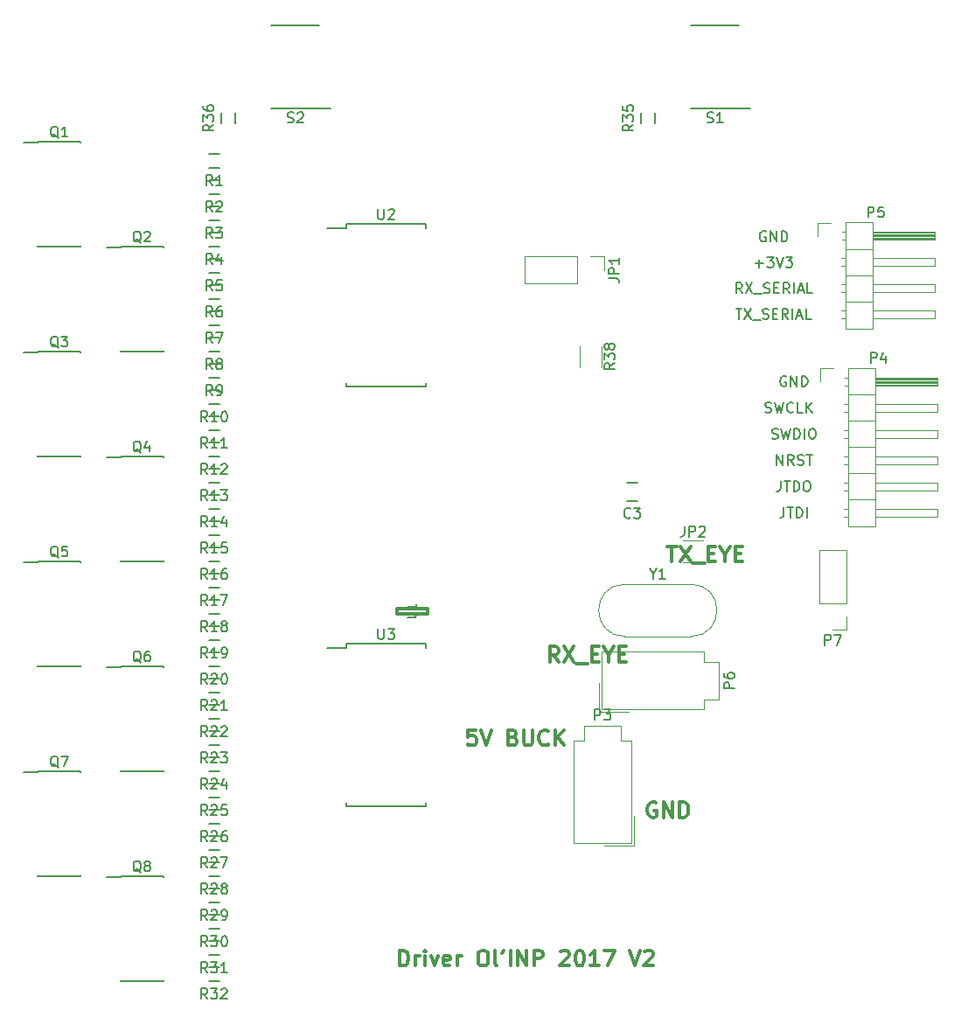
<source format=gto>
G04 #@! TF.FileFunction,Legend,Top*
%FSLAX46Y46*%
G04 Gerber Fmt 4.6, Leading zero omitted, Abs format (unit mm)*
G04 Created by KiCad (PCBNEW 4.0.2+dfsg1-stable) date ven. 05 janv. 2018 23:32:36 CET*
%MOMM*%
G01*
G04 APERTURE LIST*
%ADD10C,0.100000*%
%ADD11C,0.200000*%
%ADD12C,0.300000*%
%ADD13C,0.120000*%
%ADD14C,0.150000*%
%ADD15C,0.350000*%
G04 APERTURE END LIST*
D10*
D11*
X185238096Y-82000000D02*
X185142858Y-81952381D01*
X185000001Y-81952381D01*
X184857143Y-82000000D01*
X184761905Y-82095238D01*
X184714286Y-82190476D01*
X184666667Y-82380952D01*
X184666667Y-82523810D01*
X184714286Y-82714286D01*
X184761905Y-82809524D01*
X184857143Y-82904762D01*
X185000001Y-82952381D01*
X185095239Y-82952381D01*
X185238096Y-82904762D01*
X185285715Y-82857143D01*
X185285715Y-82523810D01*
X185095239Y-82523810D01*
X185714286Y-82952381D02*
X185714286Y-81952381D01*
X186285715Y-82952381D01*
X186285715Y-81952381D01*
X186761905Y-82952381D02*
X186761905Y-81952381D01*
X187000000Y-81952381D01*
X187142858Y-82000000D01*
X187238096Y-82095238D01*
X187285715Y-82190476D01*
X187333334Y-82380952D01*
X187333334Y-82523810D01*
X187285715Y-82714286D01*
X187238096Y-82809524D01*
X187142858Y-82904762D01*
X187000000Y-82952381D01*
X186761905Y-82952381D01*
X184238095Y-85071429D02*
X185000000Y-85071429D01*
X184619048Y-85452381D02*
X184619048Y-84690476D01*
X185380952Y-84452381D02*
X186000000Y-84452381D01*
X185666666Y-84833333D01*
X185809524Y-84833333D01*
X185904762Y-84880952D01*
X185952381Y-84928571D01*
X186000000Y-85023810D01*
X186000000Y-85261905D01*
X185952381Y-85357143D01*
X185904762Y-85404762D01*
X185809524Y-85452381D01*
X185523809Y-85452381D01*
X185428571Y-85404762D01*
X185380952Y-85357143D01*
X186285714Y-84452381D02*
X186619047Y-85452381D01*
X186952381Y-84452381D01*
X187190476Y-84452381D02*
X187809524Y-84452381D01*
X187476190Y-84833333D01*
X187619048Y-84833333D01*
X187714286Y-84880952D01*
X187761905Y-84928571D01*
X187809524Y-85023810D01*
X187809524Y-85261905D01*
X187761905Y-85357143D01*
X187714286Y-85404762D01*
X187619048Y-85452381D01*
X187333333Y-85452381D01*
X187238095Y-85404762D01*
X187190476Y-85357143D01*
X187198096Y-96020000D02*
X187102858Y-95972381D01*
X186960001Y-95972381D01*
X186817143Y-96020000D01*
X186721905Y-96115238D01*
X186674286Y-96210476D01*
X186626667Y-96400952D01*
X186626667Y-96543810D01*
X186674286Y-96734286D01*
X186721905Y-96829524D01*
X186817143Y-96924762D01*
X186960001Y-96972381D01*
X187055239Y-96972381D01*
X187198096Y-96924762D01*
X187245715Y-96877143D01*
X187245715Y-96543810D01*
X187055239Y-96543810D01*
X187674286Y-96972381D02*
X187674286Y-95972381D01*
X188245715Y-96972381D01*
X188245715Y-95972381D01*
X188721905Y-96972381D02*
X188721905Y-95972381D01*
X188960000Y-95972381D01*
X189102858Y-96020000D01*
X189198096Y-96115238D01*
X189245715Y-96210476D01*
X189293334Y-96400952D01*
X189293334Y-96543810D01*
X189245715Y-96734286D01*
X189198096Y-96829524D01*
X189102858Y-96924762D01*
X188960000Y-96972381D01*
X188721905Y-96972381D01*
D12*
X149802002Y-153078571D02*
X149802002Y-151578571D01*
X150159145Y-151578571D01*
X150373430Y-151650000D01*
X150516288Y-151792857D01*
X150587716Y-151935714D01*
X150659145Y-152221429D01*
X150659145Y-152435714D01*
X150587716Y-152721429D01*
X150516288Y-152864286D01*
X150373430Y-153007143D01*
X150159145Y-153078571D01*
X149802002Y-153078571D01*
X151302002Y-153078571D02*
X151302002Y-152078571D01*
X151302002Y-152364286D02*
X151373430Y-152221429D01*
X151444859Y-152150000D01*
X151587716Y-152078571D01*
X151730573Y-152078571D01*
X152230573Y-153078571D02*
X152230573Y-152078571D01*
X152230573Y-151578571D02*
X152159144Y-151650000D01*
X152230573Y-151721429D01*
X152302001Y-151650000D01*
X152230573Y-151578571D01*
X152230573Y-151721429D01*
X152802002Y-152078571D02*
X153159145Y-153078571D01*
X153516287Y-152078571D01*
X154659144Y-153007143D02*
X154516287Y-153078571D01*
X154230573Y-153078571D01*
X154087716Y-153007143D01*
X154016287Y-152864286D01*
X154016287Y-152292857D01*
X154087716Y-152150000D01*
X154230573Y-152078571D01*
X154516287Y-152078571D01*
X154659144Y-152150000D01*
X154730573Y-152292857D01*
X154730573Y-152435714D01*
X154016287Y-152578571D01*
X155373430Y-153078571D02*
X155373430Y-152078571D01*
X155373430Y-152364286D02*
X155444858Y-152221429D01*
X155516287Y-152150000D01*
X155659144Y-152078571D01*
X155802001Y-152078571D01*
X157730572Y-151578571D02*
X158016286Y-151578571D01*
X158159144Y-151650000D01*
X158302001Y-151792857D01*
X158373429Y-152078571D01*
X158373429Y-152578571D01*
X158302001Y-152864286D01*
X158159144Y-153007143D01*
X158016286Y-153078571D01*
X157730572Y-153078571D01*
X157587715Y-153007143D01*
X157444858Y-152864286D01*
X157373429Y-152578571D01*
X157373429Y-152078571D01*
X157444858Y-151792857D01*
X157587715Y-151650000D01*
X157730572Y-151578571D01*
X159230573Y-153078571D02*
X159087715Y-153007143D01*
X159016287Y-152864286D01*
X159016287Y-151578571D01*
X159873429Y-151578571D02*
X159730572Y-151864286D01*
X160516287Y-153078571D02*
X160516287Y-151578571D01*
X161230573Y-153078571D02*
X161230573Y-151578571D01*
X162087716Y-153078571D01*
X162087716Y-151578571D01*
X162802002Y-153078571D02*
X162802002Y-151578571D01*
X163373430Y-151578571D01*
X163516288Y-151650000D01*
X163587716Y-151721429D01*
X163659145Y-151864286D01*
X163659145Y-152078571D01*
X163587716Y-152221429D01*
X163516288Y-152292857D01*
X163373430Y-152364286D01*
X162802002Y-152364286D01*
X165373430Y-151721429D02*
X165444859Y-151650000D01*
X165587716Y-151578571D01*
X165944859Y-151578571D01*
X166087716Y-151650000D01*
X166159145Y-151721429D01*
X166230573Y-151864286D01*
X166230573Y-152007143D01*
X166159145Y-152221429D01*
X165302002Y-153078571D01*
X166230573Y-153078571D01*
X167159144Y-151578571D02*
X167302001Y-151578571D01*
X167444858Y-151650000D01*
X167516287Y-151721429D01*
X167587716Y-151864286D01*
X167659144Y-152150000D01*
X167659144Y-152507143D01*
X167587716Y-152792857D01*
X167516287Y-152935714D01*
X167444858Y-153007143D01*
X167302001Y-153078571D01*
X167159144Y-153078571D01*
X167016287Y-153007143D01*
X166944858Y-152935714D01*
X166873430Y-152792857D01*
X166802001Y-152507143D01*
X166802001Y-152150000D01*
X166873430Y-151864286D01*
X166944858Y-151721429D01*
X167016287Y-151650000D01*
X167159144Y-151578571D01*
X169087715Y-153078571D02*
X168230572Y-153078571D01*
X168659144Y-153078571D02*
X168659144Y-151578571D01*
X168516287Y-151792857D01*
X168373429Y-151935714D01*
X168230572Y-152007143D01*
X169587715Y-151578571D02*
X170587715Y-151578571D01*
X169944858Y-153078571D01*
X172087714Y-151578571D02*
X172587714Y-153078571D01*
X173087714Y-151578571D01*
X173516285Y-151721429D02*
X173587714Y-151650000D01*
X173730571Y-151578571D01*
X174087714Y-151578571D01*
X174230571Y-151650000D01*
X174302000Y-151721429D01*
X174373428Y-151864286D01*
X174373428Y-152007143D01*
X174302000Y-152221429D01*
X173444857Y-153078571D01*
X174373428Y-153078571D01*
X175736715Y-112462571D02*
X176593858Y-112462571D01*
X176165287Y-113962571D02*
X176165287Y-112462571D01*
X176951001Y-112462571D02*
X177951001Y-113962571D01*
X177951001Y-112462571D02*
X176951001Y-113962571D01*
X178165286Y-114105429D02*
X179308143Y-114105429D01*
X179665286Y-113176857D02*
X180165286Y-113176857D01*
X180379572Y-113962571D02*
X179665286Y-113962571D01*
X179665286Y-112462571D01*
X180379572Y-112462571D01*
X181308143Y-113248286D02*
X181308143Y-113962571D01*
X180808143Y-112462571D02*
X181308143Y-113248286D01*
X181808143Y-112462571D01*
X182308143Y-113176857D02*
X182808143Y-113176857D01*
X183022429Y-113962571D02*
X182308143Y-113962571D01*
X182308143Y-112462571D01*
X183022429Y-112462571D01*
X165178572Y-123678571D02*
X164678572Y-122964286D01*
X164321429Y-123678571D02*
X164321429Y-122178571D01*
X164892857Y-122178571D01*
X165035715Y-122250000D01*
X165107143Y-122321429D01*
X165178572Y-122464286D01*
X165178572Y-122678571D01*
X165107143Y-122821429D01*
X165035715Y-122892857D01*
X164892857Y-122964286D01*
X164321429Y-122964286D01*
X165678572Y-122178571D02*
X166678572Y-123678571D01*
X166678572Y-122178571D02*
X165678572Y-123678571D01*
X166892857Y-123821429D02*
X168035714Y-123821429D01*
X168392857Y-122892857D02*
X168892857Y-122892857D01*
X169107143Y-123678571D02*
X168392857Y-123678571D01*
X168392857Y-122178571D01*
X169107143Y-122178571D01*
X170035714Y-122964286D02*
X170035714Y-123678571D01*
X169535714Y-122178571D02*
X170035714Y-122964286D01*
X170535714Y-122178571D01*
X171035714Y-122892857D02*
X171535714Y-122892857D01*
X171750000Y-123678571D02*
X171035714Y-123678571D01*
X171035714Y-122178571D01*
X171750000Y-122178571D01*
X157143144Y-130242571D02*
X156428858Y-130242571D01*
X156357429Y-130956857D01*
X156428858Y-130885429D01*
X156571715Y-130814000D01*
X156928858Y-130814000D01*
X157071715Y-130885429D01*
X157143144Y-130956857D01*
X157214572Y-131099714D01*
X157214572Y-131456857D01*
X157143144Y-131599714D01*
X157071715Y-131671143D01*
X156928858Y-131742571D01*
X156571715Y-131742571D01*
X156428858Y-131671143D01*
X156357429Y-131599714D01*
X157643143Y-130242571D02*
X158143143Y-131742571D01*
X158643143Y-130242571D01*
X160786000Y-130956857D02*
X161000286Y-131028286D01*
X161071714Y-131099714D01*
X161143143Y-131242571D01*
X161143143Y-131456857D01*
X161071714Y-131599714D01*
X161000286Y-131671143D01*
X160857428Y-131742571D01*
X160286000Y-131742571D01*
X160286000Y-130242571D01*
X160786000Y-130242571D01*
X160928857Y-130314000D01*
X161000286Y-130385429D01*
X161071714Y-130528286D01*
X161071714Y-130671143D01*
X161000286Y-130814000D01*
X160928857Y-130885429D01*
X160786000Y-130956857D01*
X160286000Y-130956857D01*
X161786000Y-130242571D02*
X161786000Y-131456857D01*
X161857428Y-131599714D01*
X161928857Y-131671143D01*
X162071714Y-131742571D01*
X162357428Y-131742571D01*
X162500286Y-131671143D01*
X162571714Y-131599714D01*
X162643143Y-131456857D01*
X162643143Y-130242571D01*
X164214572Y-131599714D02*
X164143143Y-131671143D01*
X163928857Y-131742571D01*
X163786000Y-131742571D01*
X163571715Y-131671143D01*
X163428857Y-131528286D01*
X163357429Y-131385429D01*
X163286000Y-131099714D01*
X163286000Y-130885429D01*
X163357429Y-130599714D01*
X163428857Y-130456857D01*
X163571715Y-130314000D01*
X163786000Y-130242571D01*
X163928857Y-130242571D01*
X164143143Y-130314000D01*
X164214572Y-130385429D01*
X164857429Y-131742571D02*
X164857429Y-130242571D01*
X165714572Y-131742571D02*
X165071715Y-130885429D01*
X165714572Y-130242571D02*
X164857429Y-131099714D01*
X174625143Y-137299000D02*
X174482286Y-137227571D01*
X174268000Y-137227571D01*
X174053715Y-137299000D01*
X173910857Y-137441857D01*
X173839429Y-137584714D01*
X173768000Y-137870429D01*
X173768000Y-138084714D01*
X173839429Y-138370429D01*
X173910857Y-138513286D01*
X174053715Y-138656143D01*
X174268000Y-138727571D01*
X174410857Y-138727571D01*
X174625143Y-138656143D01*
X174696572Y-138584714D01*
X174696572Y-138084714D01*
X174410857Y-138084714D01*
X175339429Y-138727571D02*
X175339429Y-137227571D01*
X176196572Y-138727571D01*
X176196572Y-137227571D01*
X176910858Y-138727571D02*
X176910858Y-137227571D01*
X177268001Y-137227571D01*
X177482286Y-137299000D01*
X177625144Y-137441857D01*
X177696572Y-137584714D01*
X177768001Y-137870429D01*
X177768001Y-138084714D01*
X177696572Y-138370429D01*
X177625144Y-138513286D01*
X177482286Y-138656143D01*
X177268001Y-138727571D01*
X176910858Y-138727571D01*
D11*
X186983810Y-108672381D02*
X186983810Y-109386667D01*
X186936190Y-109529524D01*
X186840952Y-109624762D01*
X186698095Y-109672381D01*
X186602857Y-109672381D01*
X187317143Y-108672381D02*
X187888572Y-108672381D01*
X187602857Y-109672381D02*
X187602857Y-108672381D01*
X188221905Y-109672381D02*
X188221905Y-108672381D01*
X188460000Y-108672381D01*
X188602858Y-108720000D01*
X188698096Y-108815238D01*
X188745715Y-108910476D01*
X188793334Y-109100952D01*
X188793334Y-109243810D01*
X188745715Y-109434286D01*
X188698096Y-109529524D01*
X188602858Y-109624762D01*
X188460000Y-109672381D01*
X188221905Y-109672381D01*
X189221905Y-109672381D02*
X189221905Y-108672381D01*
X186698096Y-106132381D02*
X186698096Y-106846667D01*
X186650476Y-106989524D01*
X186555238Y-107084762D01*
X186412381Y-107132381D01*
X186317143Y-107132381D01*
X187031429Y-106132381D02*
X187602858Y-106132381D01*
X187317143Y-107132381D02*
X187317143Y-106132381D01*
X187936191Y-107132381D02*
X187936191Y-106132381D01*
X188174286Y-106132381D01*
X188317144Y-106180000D01*
X188412382Y-106275238D01*
X188460001Y-106370476D01*
X188507620Y-106560952D01*
X188507620Y-106703810D01*
X188460001Y-106894286D01*
X188412382Y-106989524D01*
X188317144Y-107084762D01*
X188174286Y-107132381D01*
X187936191Y-107132381D01*
X189126667Y-106132381D02*
X189317144Y-106132381D01*
X189412382Y-106180000D01*
X189507620Y-106275238D01*
X189555239Y-106465714D01*
X189555239Y-106799048D01*
X189507620Y-106989524D01*
X189412382Y-107084762D01*
X189317144Y-107132381D01*
X189126667Y-107132381D01*
X189031429Y-107084762D01*
X188936191Y-106989524D01*
X188888572Y-106799048D01*
X188888572Y-106465714D01*
X188936191Y-106275238D01*
X189031429Y-106180000D01*
X189126667Y-106132381D01*
X186317143Y-104592381D02*
X186317143Y-103592381D01*
X186888572Y-104592381D01*
X186888572Y-103592381D01*
X187936191Y-104592381D02*
X187602857Y-104116190D01*
X187364762Y-104592381D02*
X187364762Y-103592381D01*
X187745715Y-103592381D01*
X187840953Y-103640000D01*
X187888572Y-103687619D01*
X187936191Y-103782857D01*
X187936191Y-103925714D01*
X187888572Y-104020952D01*
X187840953Y-104068571D01*
X187745715Y-104116190D01*
X187364762Y-104116190D01*
X188317143Y-104544762D02*
X188460000Y-104592381D01*
X188698096Y-104592381D01*
X188793334Y-104544762D01*
X188840953Y-104497143D01*
X188888572Y-104401905D01*
X188888572Y-104306667D01*
X188840953Y-104211429D01*
X188793334Y-104163810D01*
X188698096Y-104116190D01*
X188507619Y-104068571D01*
X188412381Y-104020952D01*
X188364762Y-103973333D01*
X188317143Y-103878095D01*
X188317143Y-103782857D01*
X188364762Y-103687619D01*
X188412381Y-103640000D01*
X188507619Y-103592381D01*
X188745715Y-103592381D01*
X188888572Y-103640000D01*
X189174286Y-103592381D02*
X189745715Y-103592381D01*
X189460000Y-104592381D02*
X189460000Y-103592381D01*
X185840953Y-102004762D02*
X185983810Y-102052381D01*
X186221906Y-102052381D01*
X186317144Y-102004762D01*
X186364763Y-101957143D01*
X186412382Y-101861905D01*
X186412382Y-101766667D01*
X186364763Y-101671429D01*
X186317144Y-101623810D01*
X186221906Y-101576190D01*
X186031429Y-101528571D01*
X185936191Y-101480952D01*
X185888572Y-101433333D01*
X185840953Y-101338095D01*
X185840953Y-101242857D01*
X185888572Y-101147619D01*
X185936191Y-101100000D01*
X186031429Y-101052381D01*
X186269525Y-101052381D01*
X186412382Y-101100000D01*
X186745715Y-101052381D02*
X186983810Y-102052381D01*
X187174287Y-101338095D01*
X187364763Y-102052381D01*
X187602858Y-101052381D01*
X187983810Y-102052381D02*
X187983810Y-101052381D01*
X188221905Y-101052381D01*
X188364763Y-101100000D01*
X188460001Y-101195238D01*
X188507620Y-101290476D01*
X188555239Y-101480952D01*
X188555239Y-101623810D01*
X188507620Y-101814286D01*
X188460001Y-101909524D01*
X188364763Y-102004762D01*
X188221905Y-102052381D01*
X187983810Y-102052381D01*
X188983810Y-102052381D02*
X188983810Y-101052381D01*
X189650476Y-101052381D02*
X189840953Y-101052381D01*
X189936191Y-101100000D01*
X190031429Y-101195238D01*
X190079048Y-101385714D01*
X190079048Y-101719048D01*
X190031429Y-101909524D01*
X189936191Y-102004762D01*
X189840953Y-102052381D01*
X189650476Y-102052381D01*
X189555238Y-102004762D01*
X189460000Y-101909524D01*
X189412381Y-101719048D01*
X189412381Y-101385714D01*
X189460000Y-101195238D01*
X189555238Y-101100000D01*
X189650476Y-101052381D01*
X185190095Y-99464762D02*
X185332952Y-99512381D01*
X185571048Y-99512381D01*
X185666286Y-99464762D01*
X185713905Y-99417143D01*
X185761524Y-99321905D01*
X185761524Y-99226667D01*
X185713905Y-99131429D01*
X185666286Y-99083810D01*
X185571048Y-99036190D01*
X185380571Y-98988571D01*
X185285333Y-98940952D01*
X185237714Y-98893333D01*
X185190095Y-98798095D01*
X185190095Y-98702857D01*
X185237714Y-98607619D01*
X185285333Y-98560000D01*
X185380571Y-98512381D01*
X185618667Y-98512381D01*
X185761524Y-98560000D01*
X186094857Y-98512381D02*
X186332952Y-99512381D01*
X186523429Y-98798095D01*
X186713905Y-99512381D01*
X186952000Y-98512381D01*
X187904381Y-99417143D02*
X187856762Y-99464762D01*
X187713905Y-99512381D01*
X187618667Y-99512381D01*
X187475809Y-99464762D01*
X187380571Y-99369524D01*
X187332952Y-99274286D01*
X187285333Y-99083810D01*
X187285333Y-98940952D01*
X187332952Y-98750476D01*
X187380571Y-98655238D01*
X187475809Y-98560000D01*
X187618667Y-98512381D01*
X187713905Y-98512381D01*
X187856762Y-98560000D01*
X187904381Y-98607619D01*
X188809143Y-99512381D02*
X188332952Y-99512381D01*
X188332952Y-98512381D01*
X189142476Y-99512381D02*
X189142476Y-98512381D01*
X189713905Y-99512381D02*
X189285333Y-98940952D01*
X189713905Y-98512381D02*
X189142476Y-99083810D01*
X182357143Y-89452381D02*
X182928572Y-89452381D01*
X182642857Y-90452381D02*
X182642857Y-89452381D01*
X183166667Y-89452381D02*
X183833334Y-90452381D01*
X183833334Y-89452381D02*
X183166667Y-90452381D01*
X183976191Y-90547619D02*
X184738096Y-90547619D01*
X184928572Y-90404762D02*
X185071429Y-90452381D01*
X185309525Y-90452381D01*
X185404763Y-90404762D01*
X185452382Y-90357143D01*
X185500001Y-90261905D01*
X185500001Y-90166667D01*
X185452382Y-90071429D01*
X185404763Y-90023810D01*
X185309525Y-89976190D01*
X185119048Y-89928571D01*
X185023810Y-89880952D01*
X184976191Y-89833333D01*
X184928572Y-89738095D01*
X184928572Y-89642857D01*
X184976191Y-89547619D01*
X185023810Y-89500000D01*
X185119048Y-89452381D01*
X185357144Y-89452381D01*
X185500001Y-89500000D01*
X185928572Y-89928571D02*
X186261906Y-89928571D01*
X186404763Y-90452381D02*
X185928572Y-90452381D01*
X185928572Y-89452381D01*
X186404763Y-89452381D01*
X187404763Y-90452381D02*
X187071429Y-89976190D01*
X186833334Y-90452381D02*
X186833334Y-89452381D01*
X187214287Y-89452381D01*
X187309525Y-89500000D01*
X187357144Y-89547619D01*
X187404763Y-89642857D01*
X187404763Y-89785714D01*
X187357144Y-89880952D01*
X187309525Y-89928571D01*
X187214287Y-89976190D01*
X186833334Y-89976190D01*
X187833334Y-90452381D02*
X187833334Y-89452381D01*
X188261905Y-90166667D02*
X188738096Y-90166667D01*
X188166667Y-90452381D02*
X188500000Y-89452381D01*
X188833334Y-90452381D01*
X189642858Y-90452381D02*
X189166667Y-90452381D01*
X189166667Y-89452381D01*
X182952381Y-87952381D02*
X182619047Y-87476190D01*
X182380952Y-87952381D02*
X182380952Y-86952381D01*
X182761905Y-86952381D01*
X182857143Y-87000000D01*
X182904762Y-87047619D01*
X182952381Y-87142857D01*
X182952381Y-87285714D01*
X182904762Y-87380952D01*
X182857143Y-87428571D01*
X182761905Y-87476190D01*
X182380952Y-87476190D01*
X183285714Y-86952381D02*
X183952381Y-87952381D01*
X183952381Y-86952381D02*
X183285714Y-87952381D01*
X184095238Y-88047619D02*
X184857143Y-88047619D01*
X185047619Y-87904762D02*
X185190476Y-87952381D01*
X185428572Y-87952381D01*
X185523810Y-87904762D01*
X185571429Y-87857143D01*
X185619048Y-87761905D01*
X185619048Y-87666667D01*
X185571429Y-87571429D01*
X185523810Y-87523810D01*
X185428572Y-87476190D01*
X185238095Y-87428571D01*
X185142857Y-87380952D01*
X185095238Y-87333333D01*
X185047619Y-87238095D01*
X185047619Y-87142857D01*
X185095238Y-87047619D01*
X185142857Y-87000000D01*
X185238095Y-86952381D01*
X185476191Y-86952381D01*
X185619048Y-87000000D01*
X186047619Y-87428571D02*
X186380953Y-87428571D01*
X186523810Y-87952381D02*
X186047619Y-87952381D01*
X186047619Y-86952381D01*
X186523810Y-86952381D01*
X187523810Y-87952381D02*
X187190476Y-87476190D01*
X186952381Y-87952381D02*
X186952381Y-86952381D01*
X187333334Y-86952381D01*
X187428572Y-87000000D01*
X187476191Y-87047619D01*
X187523810Y-87142857D01*
X187523810Y-87285714D01*
X187476191Y-87380952D01*
X187428572Y-87428571D01*
X187333334Y-87476190D01*
X186952381Y-87476190D01*
X187952381Y-87952381D02*
X187952381Y-86952381D01*
X188380952Y-87666667D02*
X188857143Y-87666667D01*
X188285714Y-87952381D02*
X188619047Y-86952381D01*
X188952381Y-87952381D01*
X189761905Y-87952381D02*
X189285714Y-87952381D01*
X189285714Y-86952381D01*
D13*
X167250000Y-95090000D02*
X167250000Y-93090000D01*
X169390000Y-93090000D02*
X169390000Y-95090000D01*
X169430000Y-141160000D02*
X172230000Y-141160000D01*
X172230000Y-141160000D02*
X172230000Y-131260000D01*
X172230000Y-131260000D02*
X171230000Y-131260000D01*
X171230000Y-131260000D02*
X171230000Y-129860000D01*
X171230000Y-129860000D02*
X169430000Y-129860000D01*
X169430000Y-141160000D02*
X166630000Y-141160000D01*
X166630000Y-141160000D02*
X166630000Y-131260000D01*
X166630000Y-131260000D02*
X167630000Y-131260000D01*
X167630000Y-131260000D02*
X167630000Y-129860000D01*
X167630000Y-129860000D02*
X169430000Y-129860000D01*
X169630000Y-141410000D02*
X172480000Y-141410000D01*
X172480000Y-141410000D02*
X172480000Y-138560000D01*
D14*
X171800000Y-108040000D02*
X172800000Y-108040000D01*
X172800000Y-106340000D02*
X171800000Y-106340000D01*
X131326000Y-74509000D02*
X132326000Y-74509000D01*
X132326000Y-75859000D02*
X131326000Y-75859000D01*
X131326000Y-77049000D02*
X132326000Y-77049000D01*
X132326000Y-78399000D02*
X131326000Y-78399000D01*
D13*
X169380000Y-125470000D02*
X169380000Y-128270000D01*
X169380000Y-128270000D02*
X179280000Y-128270000D01*
X179280000Y-128270000D02*
X179280000Y-127270000D01*
X179280000Y-127270000D02*
X180680000Y-127270000D01*
X180680000Y-127270000D02*
X180680000Y-125470000D01*
X169380000Y-125470000D02*
X169380000Y-122670000D01*
X169380000Y-122670000D02*
X179280000Y-122670000D01*
X179280000Y-122670000D02*
X179280000Y-123670000D01*
X179280000Y-123670000D02*
X180680000Y-123670000D01*
X180680000Y-123670000D02*
X180680000Y-125470000D01*
X169130000Y-125670000D02*
X169130000Y-128520000D01*
X169130000Y-128520000D02*
X171980000Y-128520000D01*
D15*
X152503000Y-118495000D02*
X152503000Y-118995000D01*
X152503000Y-118995000D02*
X149503000Y-118995000D01*
X149503000Y-118995000D02*
X149503000Y-118495000D01*
X149503000Y-118495000D02*
X152503000Y-118495000D01*
D14*
X114765000Y-73284000D02*
X114765000Y-73389000D01*
X118915000Y-73284000D02*
X118915000Y-73389000D01*
X118915000Y-83434000D02*
X118915000Y-83329000D01*
X114765000Y-83434000D02*
X114765000Y-83329000D01*
X114765000Y-73284000D02*
X118915000Y-73284000D01*
X114765000Y-83434000D02*
X118915000Y-83434000D01*
X114765000Y-73389000D02*
X113390000Y-73389000D01*
X122766000Y-83444000D02*
X122766000Y-83549000D01*
X126916000Y-83444000D02*
X126916000Y-83549000D01*
X126916000Y-93594000D02*
X126916000Y-93489000D01*
X122766000Y-93594000D02*
X122766000Y-93489000D01*
X122766000Y-83444000D02*
X126916000Y-83444000D01*
X122766000Y-93594000D02*
X126916000Y-93594000D01*
X122766000Y-83549000D02*
X121391000Y-83549000D01*
X114765000Y-93604000D02*
X114765000Y-93709000D01*
X118915000Y-93604000D02*
X118915000Y-93709000D01*
X118915000Y-103754000D02*
X118915000Y-103649000D01*
X114765000Y-103754000D02*
X114765000Y-103649000D01*
X114765000Y-93604000D02*
X118915000Y-93604000D01*
X114765000Y-103754000D02*
X118915000Y-103754000D01*
X114765000Y-93709000D02*
X113390000Y-93709000D01*
X122766000Y-103764000D02*
X122766000Y-103869000D01*
X126916000Y-103764000D02*
X126916000Y-103869000D01*
X126916000Y-113914000D02*
X126916000Y-113809000D01*
X122766000Y-113914000D02*
X122766000Y-113809000D01*
X122766000Y-103764000D02*
X126916000Y-103764000D01*
X122766000Y-113914000D02*
X126916000Y-113914000D01*
X122766000Y-103869000D02*
X121391000Y-103869000D01*
X114765000Y-113924000D02*
X114765000Y-114029000D01*
X118915000Y-113924000D02*
X118915000Y-114029000D01*
X118915000Y-124074000D02*
X118915000Y-123969000D01*
X114765000Y-124074000D02*
X114765000Y-123969000D01*
X114765000Y-113924000D02*
X118915000Y-113924000D01*
X114765000Y-124074000D02*
X118915000Y-124074000D01*
X114765000Y-114029000D02*
X113390000Y-114029000D01*
X122766000Y-124084000D02*
X122766000Y-124189000D01*
X126916000Y-124084000D02*
X126916000Y-124189000D01*
X126916000Y-134234000D02*
X126916000Y-134129000D01*
X122766000Y-134234000D02*
X122766000Y-134129000D01*
X122766000Y-124084000D02*
X126916000Y-124084000D01*
X122766000Y-134234000D02*
X126916000Y-134234000D01*
X122766000Y-124189000D02*
X121391000Y-124189000D01*
X114765000Y-134244000D02*
X114765000Y-134349000D01*
X118915000Y-134244000D02*
X118915000Y-134349000D01*
X118915000Y-144394000D02*
X118915000Y-144289000D01*
X114765000Y-144394000D02*
X114765000Y-144289000D01*
X114765000Y-134244000D02*
X118915000Y-134244000D01*
X114765000Y-144394000D02*
X118915000Y-144394000D01*
X114765000Y-134349000D02*
X113390000Y-134349000D01*
X122766000Y-144404000D02*
X122766000Y-144509000D01*
X126916000Y-144404000D02*
X126916000Y-144509000D01*
X126916000Y-154554000D02*
X126916000Y-154449000D01*
X122766000Y-154554000D02*
X122766000Y-154449000D01*
X122766000Y-144404000D02*
X126916000Y-144404000D01*
X122766000Y-154554000D02*
X126916000Y-154554000D01*
X122766000Y-144509000D02*
X121391000Y-144509000D01*
X131326000Y-79589000D02*
X132326000Y-79589000D01*
X132326000Y-80939000D02*
X131326000Y-80939000D01*
X131326000Y-82129000D02*
X132326000Y-82129000D01*
X132326000Y-83479000D02*
X131326000Y-83479000D01*
X131326000Y-84669000D02*
X132326000Y-84669000D01*
X132326000Y-86019000D02*
X131326000Y-86019000D01*
X131326000Y-87209000D02*
X132326000Y-87209000D01*
X132326000Y-88559000D02*
X131326000Y-88559000D01*
X131326000Y-89749000D02*
X132326000Y-89749000D01*
X132326000Y-91099000D02*
X131326000Y-91099000D01*
X131326000Y-92289000D02*
X132326000Y-92289000D01*
X132326000Y-93639000D02*
X131326000Y-93639000D01*
X131326000Y-94829000D02*
X132326000Y-94829000D01*
X132326000Y-96179000D02*
X131326000Y-96179000D01*
X131326000Y-97369000D02*
X132326000Y-97369000D01*
X132326000Y-98719000D02*
X131326000Y-98719000D01*
X131326000Y-99909000D02*
X132326000Y-99909000D01*
X132326000Y-101259000D02*
X131326000Y-101259000D01*
X131326000Y-102449000D02*
X132326000Y-102449000D01*
X132326000Y-103799000D02*
X131326000Y-103799000D01*
X131326000Y-104989000D02*
X132326000Y-104989000D01*
X132326000Y-106339000D02*
X131326000Y-106339000D01*
X131326000Y-107529000D02*
X132326000Y-107529000D01*
X132326000Y-108879000D02*
X131326000Y-108879000D01*
X131326000Y-110069000D02*
X132326000Y-110069000D01*
X132326000Y-111419000D02*
X131326000Y-111419000D01*
X131326000Y-112609000D02*
X132326000Y-112609000D01*
X132326000Y-113959000D02*
X131326000Y-113959000D01*
X131326000Y-115149000D02*
X132326000Y-115149000D01*
X132326000Y-116499000D02*
X131326000Y-116499000D01*
X131326000Y-117689000D02*
X132326000Y-117689000D01*
X132326000Y-119039000D02*
X131326000Y-119039000D01*
X131326000Y-120229000D02*
X132326000Y-120229000D01*
X132326000Y-121579000D02*
X131326000Y-121579000D01*
X131326000Y-122769000D02*
X132326000Y-122769000D01*
X132326000Y-124119000D02*
X131326000Y-124119000D01*
X131326000Y-125309000D02*
X132326000Y-125309000D01*
X132326000Y-126659000D02*
X131326000Y-126659000D01*
X131326000Y-127849000D02*
X132326000Y-127849000D01*
X132326000Y-129199000D02*
X131326000Y-129199000D01*
X131326000Y-130389000D02*
X132326000Y-130389000D01*
X132326000Y-131739000D02*
X131326000Y-131739000D01*
X131326000Y-132929000D02*
X132326000Y-132929000D01*
X132326000Y-134279000D02*
X131326000Y-134279000D01*
X131326000Y-135469000D02*
X132326000Y-135469000D01*
X132326000Y-136819000D02*
X131326000Y-136819000D01*
X131326000Y-138009000D02*
X132326000Y-138009000D01*
X132326000Y-139359000D02*
X131326000Y-139359000D01*
X131326000Y-140549000D02*
X132326000Y-140549000D01*
X132326000Y-141899000D02*
X131326000Y-141899000D01*
X131326000Y-143089000D02*
X132326000Y-143089000D01*
X132326000Y-144439000D02*
X131326000Y-144439000D01*
X131326000Y-145629000D02*
X132326000Y-145629000D01*
X132326000Y-146979000D02*
X131326000Y-146979000D01*
X131326000Y-148169000D02*
X132326000Y-148169000D01*
X132326000Y-149519000D02*
X131326000Y-149519000D01*
X131326000Y-150709000D02*
X132326000Y-150709000D01*
X132326000Y-152059000D02*
X131326000Y-152059000D01*
X131326000Y-153249000D02*
X132326000Y-153249000D01*
X132326000Y-154599000D02*
X131326000Y-154599000D01*
X174538000Y-70493000D02*
X174538000Y-71493000D01*
X173188000Y-71493000D02*
X173188000Y-70493000D01*
X133898000Y-70493000D02*
X133898000Y-71493000D01*
X132548000Y-71493000D02*
X132548000Y-70493000D01*
X182665000Y-70065000D02*
X182665000Y-70040000D01*
X178015000Y-70065000D02*
X178015000Y-70040000D01*
X178015000Y-62015000D02*
X178015000Y-62040000D01*
X182665000Y-62015000D02*
X182665000Y-62040000D01*
X182665000Y-70065000D02*
X178015000Y-70065000D01*
X182665000Y-62015000D02*
X178015000Y-62015000D01*
X182665000Y-70040000D02*
X183740000Y-70040000D01*
X142025000Y-70065000D02*
X142025000Y-70040000D01*
X137375000Y-70065000D02*
X137375000Y-70040000D01*
X137375000Y-62015000D02*
X137375000Y-62040000D01*
X142025000Y-62015000D02*
X142025000Y-62040000D01*
X142025000Y-70065000D02*
X137375000Y-70065000D01*
X142025000Y-62015000D02*
X137375000Y-62015000D01*
X142025000Y-70040000D02*
X143100000Y-70040000D01*
X144588000Y-81279000D02*
X144588000Y-81644000D01*
X152338000Y-81279000D02*
X152338000Y-81644000D01*
X152338000Y-97029000D02*
X152338000Y-96664000D01*
X144588000Y-97029000D02*
X144588000Y-96664000D01*
X144588000Y-81279000D02*
X152338000Y-81279000D01*
X144588000Y-97029000D02*
X152338000Y-97029000D01*
X144588000Y-81644000D02*
X142763000Y-81644000D01*
X144588000Y-121919000D02*
X144588000Y-122284000D01*
X152338000Y-121919000D02*
X152338000Y-122284000D01*
X152338000Y-137669000D02*
X152338000Y-137304000D01*
X144588000Y-137669000D02*
X144588000Y-137304000D01*
X144588000Y-121919000D02*
X152338000Y-121919000D01*
X144588000Y-137669000D02*
X152338000Y-137669000D01*
X144588000Y-122284000D02*
X142763000Y-122284000D01*
D13*
X193210000Y-95190000D02*
X193210000Y-110550000D01*
X193210000Y-110550000D02*
X195870000Y-110550000D01*
X195870000Y-110550000D02*
X195870000Y-95190000D01*
X195870000Y-95190000D02*
X193210000Y-95190000D01*
X195870000Y-96140000D02*
X201870000Y-96140000D01*
X201870000Y-96140000D02*
X201870000Y-96900000D01*
X201870000Y-96900000D02*
X195870000Y-96900000D01*
X195870000Y-96200000D02*
X201870000Y-96200000D01*
X195870000Y-96320000D02*
X201870000Y-96320000D01*
X195870000Y-96440000D02*
X201870000Y-96440000D01*
X195870000Y-96560000D02*
X201870000Y-96560000D01*
X195870000Y-96680000D02*
X201870000Y-96680000D01*
X195870000Y-96800000D02*
X201870000Y-96800000D01*
X192880000Y-96140000D02*
X193210000Y-96140000D01*
X192880000Y-96900000D02*
X193210000Y-96900000D01*
X193210000Y-97790000D02*
X195870000Y-97790000D01*
X195870000Y-98680000D02*
X201870000Y-98680000D01*
X201870000Y-98680000D02*
X201870000Y-99440000D01*
X201870000Y-99440000D02*
X195870000Y-99440000D01*
X192812929Y-98680000D02*
X193210000Y-98680000D01*
X192812929Y-99440000D02*
X193210000Y-99440000D01*
X193210000Y-100330000D02*
X195870000Y-100330000D01*
X195870000Y-101220000D02*
X201870000Y-101220000D01*
X201870000Y-101220000D02*
X201870000Y-101980000D01*
X201870000Y-101980000D02*
X195870000Y-101980000D01*
X192812929Y-101220000D02*
X193210000Y-101220000D01*
X192812929Y-101980000D02*
X193210000Y-101980000D01*
X193210000Y-102870000D02*
X195870000Y-102870000D01*
X195870000Y-103760000D02*
X201870000Y-103760000D01*
X201870000Y-103760000D02*
X201870000Y-104520000D01*
X201870000Y-104520000D02*
X195870000Y-104520000D01*
X192812929Y-103760000D02*
X193210000Y-103760000D01*
X192812929Y-104520000D02*
X193210000Y-104520000D01*
X193210000Y-105410000D02*
X195870000Y-105410000D01*
X195870000Y-106300000D02*
X201870000Y-106300000D01*
X201870000Y-106300000D02*
X201870000Y-107060000D01*
X201870000Y-107060000D02*
X195870000Y-107060000D01*
X192812929Y-106300000D02*
X193210000Y-106300000D01*
X192812929Y-107060000D02*
X193210000Y-107060000D01*
X193210000Y-107950000D02*
X195870000Y-107950000D01*
X195870000Y-108840000D02*
X201870000Y-108840000D01*
X201870000Y-108840000D02*
X201870000Y-109600000D01*
X201870000Y-109600000D02*
X195870000Y-109600000D01*
X192812929Y-108840000D02*
X193210000Y-108840000D01*
X192812929Y-109600000D02*
X193210000Y-109600000D01*
X190500000Y-96520000D02*
X190500000Y-95250000D01*
X190500000Y-95250000D02*
X191770000Y-95250000D01*
X161860000Y-84370000D02*
X161860000Y-87030000D01*
X167000000Y-84370000D02*
X161860000Y-84370000D01*
X167000000Y-87030000D02*
X161860000Y-87030000D01*
X167000000Y-84370000D02*
X167000000Y-87030000D01*
X168270000Y-84370000D02*
X169600000Y-84370000D01*
X169600000Y-84370000D02*
X169600000Y-85700000D01*
X193050000Y-112820000D02*
X190390000Y-112820000D01*
X193050000Y-117960000D02*
X193050000Y-112820000D01*
X190390000Y-117960000D02*
X190390000Y-112820000D01*
X193050000Y-117960000D02*
X190390000Y-117960000D01*
X193050000Y-119230000D02*
X193050000Y-120560000D01*
X193050000Y-120560000D02*
X191720000Y-120560000D01*
X171590000Y-116135000D02*
X177990000Y-116135000D01*
X171590000Y-121185000D02*
X177990000Y-121185000D01*
X171590000Y-121185000D02*
G75*
G02X171590000Y-116135000I0J2525000D01*
G01*
X177990000Y-121185000D02*
G75*
G03X177990000Y-116135000I0J2525000D01*
G01*
X179210000Y-113990000D02*
X177210000Y-113990000D01*
X177210000Y-111850000D02*
X179210000Y-111850000D01*
X192940000Y-81090000D02*
X192940000Y-91370000D01*
X192940000Y-91370000D02*
X195600000Y-91370000D01*
X195600000Y-91370000D02*
X195600000Y-81090000D01*
X195600000Y-81090000D02*
X192940000Y-81090000D01*
X195600000Y-82040000D02*
X201600000Y-82040000D01*
X201600000Y-82040000D02*
X201600000Y-82800000D01*
X201600000Y-82800000D02*
X195600000Y-82800000D01*
X195600000Y-82100000D02*
X201600000Y-82100000D01*
X195600000Y-82220000D02*
X201600000Y-82220000D01*
X195600000Y-82340000D02*
X201600000Y-82340000D01*
X195600000Y-82460000D02*
X201600000Y-82460000D01*
X195600000Y-82580000D02*
X201600000Y-82580000D01*
X195600000Y-82700000D02*
X201600000Y-82700000D01*
X192610000Y-82040000D02*
X192940000Y-82040000D01*
X192610000Y-82800000D02*
X192940000Y-82800000D01*
X192940000Y-83690000D02*
X195600000Y-83690000D01*
X195600000Y-84580000D02*
X201600000Y-84580000D01*
X201600000Y-84580000D02*
X201600000Y-85340000D01*
X201600000Y-85340000D02*
X195600000Y-85340000D01*
X192542929Y-84580000D02*
X192940000Y-84580000D01*
X192542929Y-85340000D02*
X192940000Y-85340000D01*
X192940000Y-86230000D02*
X195600000Y-86230000D01*
X195600000Y-87120000D02*
X201600000Y-87120000D01*
X201600000Y-87120000D02*
X201600000Y-87880000D01*
X201600000Y-87880000D02*
X195600000Y-87880000D01*
X192542929Y-87120000D02*
X192940000Y-87120000D01*
X192542929Y-87880000D02*
X192940000Y-87880000D01*
X192940000Y-88770000D02*
X195600000Y-88770000D01*
X195600000Y-89660000D02*
X201600000Y-89660000D01*
X201600000Y-89660000D02*
X201600000Y-90420000D01*
X201600000Y-90420000D02*
X195600000Y-90420000D01*
X192542929Y-89660000D02*
X192940000Y-89660000D01*
X192542929Y-90420000D02*
X192940000Y-90420000D01*
X190230000Y-82420000D02*
X190230000Y-81150000D01*
X190230000Y-81150000D02*
X191500000Y-81150000D01*
D14*
X170622381Y-94732857D02*
X170146190Y-95066191D01*
X170622381Y-95304286D02*
X169622381Y-95304286D01*
X169622381Y-94923333D01*
X169670000Y-94828095D01*
X169717619Y-94780476D01*
X169812857Y-94732857D01*
X169955714Y-94732857D01*
X170050952Y-94780476D01*
X170098571Y-94828095D01*
X170146190Y-94923333D01*
X170146190Y-95304286D01*
X169622381Y-94399524D02*
X169622381Y-93780476D01*
X170003333Y-94113810D01*
X170003333Y-93970952D01*
X170050952Y-93875714D01*
X170098571Y-93828095D01*
X170193810Y-93780476D01*
X170431905Y-93780476D01*
X170527143Y-93828095D01*
X170574762Y-93875714D01*
X170622381Y-93970952D01*
X170622381Y-94256667D01*
X170574762Y-94351905D01*
X170527143Y-94399524D01*
X170050952Y-93209048D02*
X170003333Y-93304286D01*
X169955714Y-93351905D01*
X169860476Y-93399524D01*
X169812857Y-93399524D01*
X169717619Y-93351905D01*
X169670000Y-93304286D01*
X169622381Y-93209048D01*
X169622381Y-93018571D01*
X169670000Y-92923333D01*
X169717619Y-92875714D01*
X169812857Y-92828095D01*
X169860476Y-92828095D01*
X169955714Y-92875714D01*
X170003333Y-92923333D01*
X170050952Y-93018571D01*
X170050952Y-93209048D01*
X170098571Y-93304286D01*
X170146190Y-93351905D01*
X170241429Y-93399524D01*
X170431905Y-93399524D01*
X170527143Y-93351905D01*
X170574762Y-93304286D01*
X170622381Y-93209048D01*
X170622381Y-93018571D01*
X170574762Y-92923333D01*
X170527143Y-92875714D01*
X170431905Y-92828095D01*
X170241429Y-92828095D01*
X170146190Y-92875714D01*
X170098571Y-92923333D01*
X170050952Y-93018571D01*
X168691905Y-129262381D02*
X168691905Y-128262381D01*
X169072858Y-128262381D01*
X169168096Y-128310000D01*
X169215715Y-128357619D01*
X169263334Y-128452857D01*
X169263334Y-128595714D01*
X169215715Y-128690952D01*
X169168096Y-128738571D01*
X169072858Y-128786190D01*
X168691905Y-128786190D01*
X169596667Y-128262381D02*
X170215715Y-128262381D01*
X169882381Y-128643333D01*
X170025239Y-128643333D01*
X170120477Y-128690952D01*
X170168096Y-128738571D01*
X170215715Y-128833810D01*
X170215715Y-129071905D01*
X170168096Y-129167143D01*
X170120477Y-129214762D01*
X170025239Y-129262381D01*
X169739524Y-129262381D01*
X169644286Y-129214762D01*
X169596667Y-129167143D01*
X172133334Y-109647143D02*
X172085715Y-109694762D01*
X171942858Y-109742381D01*
X171847620Y-109742381D01*
X171704762Y-109694762D01*
X171609524Y-109599524D01*
X171561905Y-109504286D01*
X171514286Y-109313810D01*
X171514286Y-109170952D01*
X171561905Y-108980476D01*
X171609524Y-108885238D01*
X171704762Y-108790000D01*
X171847620Y-108742381D01*
X171942858Y-108742381D01*
X172085715Y-108790000D01*
X172133334Y-108837619D01*
X172466667Y-108742381D02*
X173085715Y-108742381D01*
X172752381Y-109123333D01*
X172895239Y-109123333D01*
X172990477Y-109170952D01*
X173038096Y-109218571D01*
X173085715Y-109313810D01*
X173085715Y-109551905D01*
X173038096Y-109647143D01*
X172990477Y-109694762D01*
X172895239Y-109742381D01*
X172609524Y-109742381D01*
X172514286Y-109694762D01*
X172466667Y-109647143D01*
X131659334Y-77536381D02*
X131326000Y-77060190D01*
X131087905Y-77536381D02*
X131087905Y-76536381D01*
X131468858Y-76536381D01*
X131564096Y-76584000D01*
X131611715Y-76631619D01*
X131659334Y-76726857D01*
X131659334Y-76869714D01*
X131611715Y-76964952D01*
X131564096Y-77012571D01*
X131468858Y-77060190D01*
X131087905Y-77060190D01*
X132611715Y-77536381D02*
X132040286Y-77536381D01*
X132326000Y-77536381D02*
X132326000Y-76536381D01*
X132230762Y-76679238D01*
X132135524Y-76774476D01*
X132040286Y-76822095D01*
X131659334Y-80076381D02*
X131326000Y-79600190D01*
X131087905Y-80076381D02*
X131087905Y-79076381D01*
X131468858Y-79076381D01*
X131564096Y-79124000D01*
X131611715Y-79171619D01*
X131659334Y-79266857D01*
X131659334Y-79409714D01*
X131611715Y-79504952D01*
X131564096Y-79552571D01*
X131468858Y-79600190D01*
X131087905Y-79600190D01*
X132040286Y-79171619D02*
X132087905Y-79124000D01*
X132183143Y-79076381D01*
X132421239Y-79076381D01*
X132516477Y-79124000D01*
X132564096Y-79171619D01*
X132611715Y-79266857D01*
X132611715Y-79362095D01*
X132564096Y-79504952D01*
X131992667Y-80076381D01*
X132611715Y-80076381D01*
X182182381Y-126208095D02*
X181182381Y-126208095D01*
X181182381Y-125827142D01*
X181230000Y-125731904D01*
X181277619Y-125684285D01*
X181372857Y-125636666D01*
X181515714Y-125636666D01*
X181610952Y-125684285D01*
X181658571Y-125731904D01*
X181706190Y-125827142D01*
X181706190Y-126208095D01*
X181182381Y-124779523D02*
X181182381Y-124970000D01*
X181230000Y-125065238D01*
X181277619Y-125112857D01*
X181420476Y-125208095D01*
X181610952Y-125255714D01*
X181991905Y-125255714D01*
X182087143Y-125208095D01*
X182134762Y-125160476D01*
X182182381Y-125065238D01*
X182182381Y-124874761D01*
X182134762Y-124779523D01*
X182087143Y-124731904D01*
X181991905Y-124684285D01*
X181753810Y-124684285D01*
X181658571Y-124731904D01*
X181610952Y-124779523D01*
X181563333Y-124874761D01*
X181563333Y-125065238D01*
X181610952Y-125160476D01*
X181658571Y-125208095D01*
X181753810Y-125255714D01*
X150564905Y-119354524D02*
X151212524Y-119354524D01*
X151288714Y-119316429D01*
X151326810Y-119278333D01*
X151364905Y-119202143D01*
X151364905Y-119049762D01*
X151326810Y-118973571D01*
X151288714Y-118935476D01*
X151212524Y-118897381D01*
X150564905Y-118897381D01*
X151364905Y-118097381D02*
X151364905Y-118554524D01*
X151364905Y-118325953D02*
X150564905Y-118325953D01*
X150679190Y-118402143D01*
X150755381Y-118478334D01*
X150793476Y-118554524D01*
X116744762Y-72906619D02*
X116649524Y-72859000D01*
X116554286Y-72763762D01*
X116411429Y-72620905D01*
X116316190Y-72573286D01*
X116220952Y-72573286D01*
X116268571Y-72811381D02*
X116173333Y-72763762D01*
X116078095Y-72668524D01*
X116030476Y-72478048D01*
X116030476Y-72144714D01*
X116078095Y-71954238D01*
X116173333Y-71859000D01*
X116268571Y-71811381D01*
X116459048Y-71811381D01*
X116554286Y-71859000D01*
X116649524Y-71954238D01*
X116697143Y-72144714D01*
X116697143Y-72478048D01*
X116649524Y-72668524D01*
X116554286Y-72763762D01*
X116459048Y-72811381D01*
X116268571Y-72811381D01*
X117649524Y-72811381D02*
X117078095Y-72811381D01*
X117363809Y-72811381D02*
X117363809Y-71811381D01*
X117268571Y-71954238D01*
X117173333Y-72049476D01*
X117078095Y-72097095D01*
X124745762Y-83066619D02*
X124650524Y-83019000D01*
X124555286Y-82923762D01*
X124412429Y-82780905D01*
X124317190Y-82733286D01*
X124221952Y-82733286D01*
X124269571Y-82971381D02*
X124174333Y-82923762D01*
X124079095Y-82828524D01*
X124031476Y-82638048D01*
X124031476Y-82304714D01*
X124079095Y-82114238D01*
X124174333Y-82019000D01*
X124269571Y-81971381D01*
X124460048Y-81971381D01*
X124555286Y-82019000D01*
X124650524Y-82114238D01*
X124698143Y-82304714D01*
X124698143Y-82638048D01*
X124650524Y-82828524D01*
X124555286Y-82923762D01*
X124460048Y-82971381D01*
X124269571Y-82971381D01*
X125079095Y-82066619D02*
X125126714Y-82019000D01*
X125221952Y-81971381D01*
X125460048Y-81971381D01*
X125555286Y-82019000D01*
X125602905Y-82066619D01*
X125650524Y-82161857D01*
X125650524Y-82257095D01*
X125602905Y-82399952D01*
X125031476Y-82971381D01*
X125650524Y-82971381D01*
X116744762Y-93226619D02*
X116649524Y-93179000D01*
X116554286Y-93083762D01*
X116411429Y-92940905D01*
X116316190Y-92893286D01*
X116220952Y-92893286D01*
X116268571Y-93131381D02*
X116173333Y-93083762D01*
X116078095Y-92988524D01*
X116030476Y-92798048D01*
X116030476Y-92464714D01*
X116078095Y-92274238D01*
X116173333Y-92179000D01*
X116268571Y-92131381D01*
X116459048Y-92131381D01*
X116554286Y-92179000D01*
X116649524Y-92274238D01*
X116697143Y-92464714D01*
X116697143Y-92798048D01*
X116649524Y-92988524D01*
X116554286Y-93083762D01*
X116459048Y-93131381D01*
X116268571Y-93131381D01*
X117030476Y-92131381D02*
X117649524Y-92131381D01*
X117316190Y-92512333D01*
X117459048Y-92512333D01*
X117554286Y-92559952D01*
X117601905Y-92607571D01*
X117649524Y-92702810D01*
X117649524Y-92940905D01*
X117601905Y-93036143D01*
X117554286Y-93083762D01*
X117459048Y-93131381D01*
X117173333Y-93131381D01*
X117078095Y-93083762D01*
X117030476Y-93036143D01*
X124745762Y-103386619D02*
X124650524Y-103339000D01*
X124555286Y-103243762D01*
X124412429Y-103100905D01*
X124317190Y-103053286D01*
X124221952Y-103053286D01*
X124269571Y-103291381D02*
X124174333Y-103243762D01*
X124079095Y-103148524D01*
X124031476Y-102958048D01*
X124031476Y-102624714D01*
X124079095Y-102434238D01*
X124174333Y-102339000D01*
X124269571Y-102291381D01*
X124460048Y-102291381D01*
X124555286Y-102339000D01*
X124650524Y-102434238D01*
X124698143Y-102624714D01*
X124698143Y-102958048D01*
X124650524Y-103148524D01*
X124555286Y-103243762D01*
X124460048Y-103291381D01*
X124269571Y-103291381D01*
X125555286Y-102624714D02*
X125555286Y-103291381D01*
X125317190Y-102243762D02*
X125079095Y-102958048D01*
X125698143Y-102958048D01*
X116744762Y-113546619D02*
X116649524Y-113499000D01*
X116554286Y-113403762D01*
X116411429Y-113260905D01*
X116316190Y-113213286D01*
X116220952Y-113213286D01*
X116268571Y-113451381D02*
X116173333Y-113403762D01*
X116078095Y-113308524D01*
X116030476Y-113118048D01*
X116030476Y-112784714D01*
X116078095Y-112594238D01*
X116173333Y-112499000D01*
X116268571Y-112451381D01*
X116459048Y-112451381D01*
X116554286Y-112499000D01*
X116649524Y-112594238D01*
X116697143Y-112784714D01*
X116697143Y-113118048D01*
X116649524Y-113308524D01*
X116554286Y-113403762D01*
X116459048Y-113451381D01*
X116268571Y-113451381D01*
X117601905Y-112451381D02*
X117125714Y-112451381D01*
X117078095Y-112927571D01*
X117125714Y-112879952D01*
X117220952Y-112832333D01*
X117459048Y-112832333D01*
X117554286Y-112879952D01*
X117601905Y-112927571D01*
X117649524Y-113022810D01*
X117649524Y-113260905D01*
X117601905Y-113356143D01*
X117554286Y-113403762D01*
X117459048Y-113451381D01*
X117220952Y-113451381D01*
X117125714Y-113403762D01*
X117078095Y-113356143D01*
X124745762Y-123706619D02*
X124650524Y-123659000D01*
X124555286Y-123563762D01*
X124412429Y-123420905D01*
X124317190Y-123373286D01*
X124221952Y-123373286D01*
X124269571Y-123611381D02*
X124174333Y-123563762D01*
X124079095Y-123468524D01*
X124031476Y-123278048D01*
X124031476Y-122944714D01*
X124079095Y-122754238D01*
X124174333Y-122659000D01*
X124269571Y-122611381D01*
X124460048Y-122611381D01*
X124555286Y-122659000D01*
X124650524Y-122754238D01*
X124698143Y-122944714D01*
X124698143Y-123278048D01*
X124650524Y-123468524D01*
X124555286Y-123563762D01*
X124460048Y-123611381D01*
X124269571Y-123611381D01*
X125555286Y-122611381D02*
X125364809Y-122611381D01*
X125269571Y-122659000D01*
X125221952Y-122706619D01*
X125126714Y-122849476D01*
X125079095Y-123039952D01*
X125079095Y-123420905D01*
X125126714Y-123516143D01*
X125174333Y-123563762D01*
X125269571Y-123611381D01*
X125460048Y-123611381D01*
X125555286Y-123563762D01*
X125602905Y-123516143D01*
X125650524Y-123420905D01*
X125650524Y-123182810D01*
X125602905Y-123087571D01*
X125555286Y-123039952D01*
X125460048Y-122992333D01*
X125269571Y-122992333D01*
X125174333Y-123039952D01*
X125126714Y-123087571D01*
X125079095Y-123182810D01*
X116744762Y-133866619D02*
X116649524Y-133819000D01*
X116554286Y-133723762D01*
X116411429Y-133580905D01*
X116316190Y-133533286D01*
X116220952Y-133533286D01*
X116268571Y-133771381D02*
X116173333Y-133723762D01*
X116078095Y-133628524D01*
X116030476Y-133438048D01*
X116030476Y-133104714D01*
X116078095Y-132914238D01*
X116173333Y-132819000D01*
X116268571Y-132771381D01*
X116459048Y-132771381D01*
X116554286Y-132819000D01*
X116649524Y-132914238D01*
X116697143Y-133104714D01*
X116697143Y-133438048D01*
X116649524Y-133628524D01*
X116554286Y-133723762D01*
X116459048Y-133771381D01*
X116268571Y-133771381D01*
X117030476Y-132771381D02*
X117697143Y-132771381D01*
X117268571Y-133771381D01*
X124745762Y-144026619D02*
X124650524Y-143979000D01*
X124555286Y-143883762D01*
X124412429Y-143740905D01*
X124317190Y-143693286D01*
X124221952Y-143693286D01*
X124269571Y-143931381D02*
X124174333Y-143883762D01*
X124079095Y-143788524D01*
X124031476Y-143598048D01*
X124031476Y-143264714D01*
X124079095Y-143074238D01*
X124174333Y-142979000D01*
X124269571Y-142931381D01*
X124460048Y-142931381D01*
X124555286Y-142979000D01*
X124650524Y-143074238D01*
X124698143Y-143264714D01*
X124698143Y-143598048D01*
X124650524Y-143788524D01*
X124555286Y-143883762D01*
X124460048Y-143931381D01*
X124269571Y-143931381D01*
X125269571Y-143359952D02*
X125174333Y-143312333D01*
X125126714Y-143264714D01*
X125079095Y-143169476D01*
X125079095Y-143121857D01*
X125126714Y-143026619D01*
X125174333Y-142979000D01*
X125269571Y-142931381D01*
X125460048Y-142931381D01*
X125555286Y-142979000D01*
X125602905Y-143026619D01*
X125650524Y-143121857D01*
X125650524Y-143169476D01*
X125602905Y-143264714D01*
X125555286Y-143312333D01*
X125460048Y-143359952D01*
X125269571Y-143359952D01*
X125174333Y-143407571D01*
X125126714Y-143455190D01*
X125079095Y-143550429D01*
X125079095Y-143740905D01*
X125126714Y-143836143D01*
X125174333Y-143883762D01*
X125269571Y-143931381D01*
X125460048Y-143931381D01*
X125555286Y-143883762D01*
X125602905Y-143836143D01*
X125650524Y-143740905D01*
X125650524Y-143550429D01*
X125602905Y-143455190D01*
X125555286Y-143407571D01*
X125460048Y-143359952D01*
X131659334Y-82616381D02*
X131326000Y-82140190D01*
X131087905Y-82616381D02*
X131087905Y-81616381D01*
X131468858Y-81616381D01*
X131564096Y-81664000D01*
X131611715Y-81711619D01*
X131659334Y-81806857D01*
X131659334Y-81949714D01*
X131611715Y-82044952D01*
X131564096Y-82092571D01*
X131468858Y-82140190D01*
X131087905Y-82140190D01*
X131992667Y-81616381D02*
X132611715Y-81616381D01*
X132278381Y-81997333D01*
X132421239Y-81997333D01*
X132516477Y-82044952D01*
X132564096Y-82092571D01*
X132611715Y-82187810D01*
X132611715Y-82425905D01*
X132564096Y-82521143D01*
X132516477Y-82568762D01*
X132421239Y-82616381D01*
X132135524Y-82616381D01*
X132040286Y-82568762D01*
X131992667Y-82521143D01*
X131659334Y-85156381D02*
X131326000Y-84680190D01*
X131087905Y-85156381D02*
X131087905Y-84156381D01*
X131468858Y-84156381D01*
X131564096Y-84204000D01*
X131611715Y-84251619D01*
X131659334Y-84346857D01*
X131659334Y-84489714D01*
X131611715Y-84584952D01*
X131564096Y-84632571D01*
X131468858Y-84680190D01*
X131087905Y-84680190D01*
X132516477Y-84489714D02*
X132516477Y-85156381D01*
X132278381Y-84108762D02*
X132040286Y-84823048D01*
X132659334Y-84823048D01*
X131659334Y-87696381D02*
X131326000Y-87220190D01*
X131087905Y-87696381D02*
X131087905Y-86696381D01*
X131468858Y-86696381D01*
X131564096Y-86744000D01*
X131611715Y-86791619D01*
X131659334Y-86886857D01*
X131659334Y-87029714D01*
X131611715Y-87124952D01*
X131564096Y-87172571D01*
X131468858Y-87220190D01*
X131087905Y-87220190D01*
X132564096Y-86696381D02*
X132087905Y-86696381D01*
X132040286Y-87172571D01*
X132087905Y-87124952D01*
X132183143Y-87077333D01*
X132421239Y-87077333D01*
X132516477Y-87124952D01*
X132564096Y-87172571D01*
X132611715Y-87267810D01*
X132611715Y-87505905D01*
X132564096Y-87601143D01*
X132516477Y-87648762D01*
X132421239Y-87696381D01*
X132183143Y-87696381D01*
X132087905Y-87648762D01*
X132040286Y-87601143D01*
X131659334Y-90236381D02*
X131326000Y-89760190D01*
X131087905Y-90236381D02*
X131087905Y-89236381D01*
X131468858Y-89236381D01*
X131564096Y-89284000D01*
X131611715Y-89331619D01*
X131659334Y-89426857D01*
X131659334Y-89569714D01*
X131611715Y-89664952D01*
X131564096Y-89712571D01*
X131468858Y-89760190D01*
X131087905Y-89760190D01*
X132516477Y-89236381D02*
X132326000Y-89236381D01*
X132230762Y-89284000D01*
X132183143Y-89331619D01*
X132087905Y-89474476D01*
X132040286Y-89664952D01*
X132040286Y-90045905D01*
X132087905Y-90141143D01*
X132135524Y-90188762D01*
X132230762Y-90236381D01*
X132421239Y-90236381D01*
X132516477Y-90188762D01*
X132564096Y-90141143D01*
X132611715Y-90045905D01*
X132611715Y-89807810D01*
X132564096Y-89712571D01*
X132516477Y-89664952D01*
X132421239Y-89617333D01*
X132230762Y-89617333D01*
X132135524Y-89664952D01*
X132087905Y-89712571D01*
X132040286Y-89807810D01*
X131659334Y-92776381D02*
X131326000Y-92300190D01*
X131087905Y-92776381D02*
X131087905Y-91776381D01*
X131468858Y-91776381D01*
X131564096Y-91824000D01*
X131611715Y-91871619D01*
X131659334Y-91966857D01*
X131659334Y-92109714D01*
X131611715Y-92204952D01*
X131564096Y-92252571D01*
X131468858Y-92300190D01*
X131087905Y-92300190D01*
X131992667Y-91776381D02*
X132659334Y-91776381D01*
X132230762Y-92776381D01*
X131659334Y-95316381D02*
X131326000Y-94840190D01*
X131087905Y-95316381D02*
X131087905Y-94316381D01*
X131468858Y-94316381D01*
X131564096Y-94364000D01*
X131611715Y-94411619D01*
X131659334Y-94506857D01*
X131659334Y-94649714D01*
X131611715Y-94744952D01*
X131564096Y-94792571D01*
X131468858Y-94840190D01*
X131087905Y-94840190D01*
X132230762Y-94744952D02*
X132135524Y-94697333D01*
X132087905Y-94649714D01*
X132040286Y-94554476D01*
X132040286Y-94506857D01*
X132087905Y-94411619D01*
X132135524Y-94364000D01*
X132230762Y-94316381D01*
X132421239Y-94316381D01*
X132516477Y-94364000D01*
X132564096Y-94411619D01*
X132611715Y-94506857D01*
X132611715Y-94554476D01*
X132564096Y-94649714D01*
X132516477Y-94697333D01*
X132421239Y-94744952D01*
X132230762Y-94744952D01*
X132135524Y-94792571D01*
X132087905Y-94840190D01*
X132040286Y-94935429D01*
X132040286Y-95125905D01*
X132087905Y-95221143D01*
X132135524Y-95268762D01*
X132230762Y-95316381D01*
X132421239Y-95316381D01*
X132516477Y-95268762D01*
X132564096Y-95221143D01*
X132611715Y-95125905D01*
X132611715Y-94935429D01*
X132564096Y-94840190D01*
X132516477Y-94792571D01*
X132421239Y-94744952D01*
X131659334Y-97856381D02*
X131326000Y-97380190D01*
X131087905Y-97856381D02*
X131087905Y-96856381D01*
X131468858Y-96856381D01*
X131564096Y-96904000D01*
X131611715Y-96951619D01*
X131659334Y-97046857D01*
X131659334Y-97189714D01*
X131611715Y-97284952D01*
X131564096Y-97332571D01*
X131468858Y-97380190D01*
X131087905Y-97380190D01*
X132135524Y-97856381D02*
X132326000Y-97856381D01*
X132421239Y-97808762D01*
X132468858Y-97761143D01*
X132564096Y-97618286D01*
X132611715Y-97427810D01*
X132611715Y-97046857D01*
X132564096Y-96951619D01*
X132516477Y-96904000D01*
X132421239Y-96856381D01*
X132230762Y-96856381D01*
X132135524Y-96904000D01*
X132087905Y-96951619D01*
X132040286Y-97046857D01*
X132040286Y-97284952D01*
X132087905Y-97380190D01*
X132135524Y-97427810D01*
X132230762Y-97475429D01*
X132421239Y-97475429D01*
X132516477Y-97427810D01*
X132564096Y-97380190D01*
X132611715Y-97284952D01*
X131183143Y-100396381D02*
X130849809Y-99920190D01*
X130611714Y-100396381D02*
X130611714Y-99396381D01*
X130992667Y-99396381D01*
X131087905Y-99444000D01*
X131135524Y-99491619D01*
X131183143Y-99586857D01*
X131183143Y-99729714D01*
X131135524Y-99824952D01*
X131087905Y-99872571D01*
X130992667Y-99920190D01*
X130611714Y-99920190D01*
X132135524Y-100396381D02*
X131564095Y-100396381D01*
X131849809Y-100396381D02*
X131849809Y-99396381D01*
X131754571Y-99539238D01*
X131659333Y-99634476D01*
X131564095Y-99682095D01*
X132754571Y-99396381D02*
X132849810Y-99396381D01*
X132945048Y-99444000D01*
X132992667Y-99491619D01*
X133040286Y-99586857D01*
X133087905Y-99777333D01*
X133087905Y-100015429D01*
X133040286Y-100205905D01*
X132992667Y-100301143D01*
X132945048Y-100348762D01*
X132849810Y-100396381D01*
X132754571Y-100396381D01*
X132659333Y-100348762D01*
X132611714Y-100301143D01*
X132564095Y-100205905D01*
X132516476Y-100015429D01*
X132516476Y-99777333D01*
X132564095Y-99586857D01*
X132611714Y-99491619D01*
X132659333Y-99444000D01*
X132754571Y-99396381D01*
X131183143Y-102936381D02*
X130849809Y-102460190D01*
X130611714Y-102936381D02*
X130611714Y-101936381D01*
X130992667Y-101936381D01*
X131087905Y-101984000D01*
X131135524Y-102031619D01*
X131183143Y-102126857D01*
X131183143Y-102269714D01*
X131135524Y-102364952D01*
X131087905Y-102412571D01*
X130992667Y-102460190D01*
X130611714Y-102460190D01*
X132135524Y-102936381D02*
X131564095Y-102936381D01*
X131849809Y-102936381D02*
X131849809Y-101936381D01*
X131754571Y-102079238D01*
X131659333Y-102174476D01*
X131564095Y-102222095D01*
X133087905Y-102936381D02*
X132516476Y-102936381D01*
X132802190Y-102936381D02*
X132802190Y-101936381D01*
X132706952Y-102079238D01*
X132611714Y-102174476D01*
X132516476Y-102222095D01*
X131183143Y-105476381D02*
X130849809Y-105000190D01*
X130611714Y-105476381D02*
X130611714Y-104476381D01*
X130992667Y-104476381D01*
X131087905Y-104524000D01*
X131135524Y-104571619D01*
X131183143Y-104666857D01*
X131183143Y-104809714D01*
X131135524Y-104904952D01*
X131087905Y-104952571D01*
X130992667Y-105000190D01*
X130611714Y-105000190D01*
X132135524Y-105476381D02*
X131564095Y-105476381D01*
X131849809Y-105476381D02*
X131849809Y-104476381D01*
X131754571Y-104619238D01*
X131659333Y-104714476D01*
X131564095Y-104762095D01*
X132516476Y-104571619D02*
X132564095Y-104524000D01*
X132659333Y-104476381D01*
X132897429Y-104476381D01*
X132992667Y-104524000D01*
X133040286Y-104571619D01*
X133087905Y-104666857D01*
X133087905Y-104762095D01*
X133040286Y-104904952D01*
X132468857Y-105476381D01*
X133087905Y-105476381D01*
X131183143Y-108016381D02*
X130849809Y-107540190D01*
X130611714Y-108016381D02*
X130611714Y-107016381D01*
X130992667Y-107016381D01*
X131087905Y-107064000D01*
X131135524Y-107111619D01*
X131183143Y-107206857D01*
X131183143Y-107349714D01*
X131135524Y-107444952D01*
X131087905Y-107492571D01*
X130992667Y-107540190D01*
X130611714Y-107540190D01*
X132135524Y-108016381D02*
X131564095Y-108016381D01*
X131849809Y-108016381D02*
X131849809Y-107016381D01*
X131754571Y-107159238D01*
X131659333Y-107254476D01*
X131564095Y-107302095D01*
X132468857Y-107016381D02*
X133087905Y-107016381D01*
X132754571Y-107397333D01*
X132897429Y-107397333D01*
X132992667Y-107444952D01*
X133040286Y-107492571D01*
X133087905Y-107587810D01*
X133087905Y-107825905D01*
X133040286Y-107921143D01*
X132992667Y-107968762D01*
X132897429Y-108016381D01*
X132611714Y-108016381D01*
X132516476Y-107968762D01*
X132468857Y-107921143D01*
X131183143Y-110556381D02*
X130849809Y-110080190D01*
X130611714Y-110556381D02*
X130611714Y-109556381D01*
X130992667Y-109556381D01*
X131087905Y-109604000D01*
X131135524Y-109651619D01*
X131183143Y-109746857D01*
X131183143Y-109889714D01*
X131135524Y-109984952D01*
X131087905Y-110032571D01*
X130992667Y-110080190D01*
X130611714Y-110080190D01*
X132135524Y-110556381D02*
X131564095Y-110556381D01*
X131849809Y-110556381D02*
X131849809Y-109556381D01*
X131754571Y-109699238D01*
X131659333Y-109794476D01*
X131564095Y-109842095D01*
X132992667Y-109889714D02*
X132992667Y-110556381D01*
X132754571Y-109508762D02*
X132516476Y-110223048D01*
X133135524Y-110223048D01*
X131183143Y-113096381D02*
X130849809Y-112620190D01*
X130611714Y-113096381D02*
X130611714Y-112096381D01*
X130992667Y-112096381D01*
X131087905Y-112144000D01*
X131135524Y-112191619D01*
X131183143Y-112286857D01*
X131183143Y-112429714D01*
X131135524Y-112524952D01*
X131087905Y-112572571D01*
X130992667Y-112620190D01*
X130611714Y-112620190D01*
X132135524Y-113096381D02*
X131564095Y-113096381D01*
X131849809Y-113096381D02*
X131849809Y-112096381D01*
X131754571Y-112239238D01*
X131659333Y-112334476D01*
X131564095Y-112382095D01*
X133040286Y-112096381D02*
X132564095Y-112096381D01*
X132516476Y-112572571D01*
X132564095Y-112524952D01*
X132659333Y-112477333D01*
X132897429Y-112477333D01*
X132992667Y-112524952D01*
X133040286Y-112572571D01*
X133087905Y-112667810D01*
X133087905Y-112905905D01*
X133040286Y-113001143D01*
X132992667Y-113048762D01*
X132897429Y-113096381D01*
X132659333Y-113096381D01*
X132564095Y-113048762D01*
X132516476Y-113001143D01*
X131183143Y-115636381D02*
X130849809Y-115160190D01*
X130611714Y-115636381D02*
X130611714Y-114636381D01*
X130992667Y-114636381D01*
X131087905Y-114684000D01*
X131135524Y-114731619D01*
X131183143Y-114826857D01*
X131183143Y-114969714D01*
X131135524Y-115064952D01*
X131087905Y-115112571D01*
X130992667Y-115160190D01*
X130611714Y-115160190D01*
X132135524Y-115636381D02*
X131564095Y-115636381D01*
X131849809Y-115636381D02*
X131849809Y-114636381D01*
X131754571Y-114779238D01*
X131659333Y-114874476D01*
X131564095Y-114922095D01*
X132992667Y-114636381D02*
X132802190Y-114636381D01*
X132706952Y-114684000D01*
X132659333Y-114731619D01*
X132564095Y-114874476D01*
X132516476Y-115064952D01*
X132516476Y-115445905D01*
X132564095Y-115541143D01*
X132611714Y-115588762D01*
X132706952Y-115636381D01*
X132897429Y-115636381D01*
X132992667Y-115588762D01*
X133040286Y-115541143D01*
X133087905Y-115445905D01*
X133087905Y-115207810D01*
X133040286Y-115112571D01*
X132992667Y-115064952D01*
X132897429Y-115017333D01*
X132706952Y-115017333D01*
X132611714Y-115064952D01*
X132564095Y-115112571D01*
X132516476Y-115207810D01*
X131183143Y-118176381D02*
X130849809Y-117700190D01*
X130611714Y-118176381D02*
X130611714Y-117176381D01*
X130992667Y-117176381D01*
X131087905Y-117224000D01*
X131135524Y-117271619D01*
X131183143Y-117366857D01*
X131183143Y-117509714D01*
X131135524Y-117604952D01*
X131087905Y-117652571D01*
X130992667Y-117700190D01*
X130611714Y-117700190D01*
X132135524Y-118176381D02*
X131564095Y-118176381D01*
X131849809Y-118176381D02*
X131849809Y-117176381D01*
X131754571Y-117319238D01*
X131659333Y-117414476D01*
X131564095Y-117462095D01*
X132468857Y-117176381D02*
X133135524Y-117176381D01*
X132706952Y-118176381D01*
X131183143Y-120716381D02*
X130849809Y-120240190D01*
X130611714Y-120716381D02*
X130611714Y-119716381D01*
X130992667Y-119716381D01*
X131087905Y-119764000D01*
X131135524Y-119811619D01*
X131183143Y-119906857D01*
X131183143Y-120049714D01*
X131135524Y-120144952D01*
X131087905Y-120192571D01*
X130992667Y-120240190D01*
X130611714Y-120240190D01*
X132135524Y-120716381D02*
X131564095Y-120716381D01*
X131849809Y-120716381D02*
X131849809Y-119716381D01*
X131754571Y-119859238D01*
X131659333Y-119954476D01*
X131564095Y-120002095D01*
X132706952Y-120144952D02*
X132611714Y-120097333D01*
X132564095Y-120049714D01*
X132516476Y-119954476D01*
X132516476Y-119906857D01*
X132564095Y-119811619D01*
X132611714Y-119764000D01*
X132706952Y-119716381D01*
X132897429Y-119716381D01*
X132992667Y-119764000D01*
X133040286Y-119811619D01*
X133087905Y-119906857D01*
X133087905Y-119954476D01*
X133040286Y-120049714D01*
X132992667Y-120097333D01*
X132897429Y-120144952D01*
X132706952Y-120144952D01*
X132611714Y-120192571D01*
X132564095Y-120240190D01*
X132516476Y-120335429D01*
X132516476Y-120525905D01*
X132564095Y-120621143D01*
X132611714Y-120668762D01*
X132706952Y-120716381D01*
X132897429Y-120716381D01*
X132992667Y-120668762D01*
X133040286Y-120621143D01*
X133087905Y-120525905D01*
X133087905Y-120335429D01*
X133040286Y-120240190D01*
X132992667Y-120192571D01*
X132897429Y-120144952D01*
X131183143Y-123256381D02*
X130849809Y-122780190D01*
X130611714Y-123256381D02*
X130611714Y-122256381D01*
X130992667Y-122256381D01*
X131087905Y-122304000D01*
X131135524Y-122351619D01*
X131183143Y-122446857D01*
X131183143Y-122589714D01*
X131135524Y-122684952D01*
X131087905Y-122732571D01*
X130992667Y-122780190D01*
X130611714Y-122780190D01*
X132135524Y-123256381D02*
X131564095Y-123256381D01*
X131849809Y-123256381D02*
X131849809Y-122256381D01*
X131754571Y-122399238D01*
X131659333Y-122494476D01*
X131564095Y-122542095D01*
X132611714Y-123256381D02*
X132802190Y-123256381D01*
X132897429Y-123208762D01*
X132945048Y-123161143D01*
X133040286Y-123018286D01*
X133087905Y-122827810D01*
X133087905Y-122446857D01*
X133040286Y-122351619D01*
X132992667Y-122304000D01*
X132897429Y-122256381D01*
X132706952Y-122256381D01*
X132611714Y-122304000D01*
X132564095Y-122351619D01*
X132516476Y-122446857D01*
X132516476Y-122684952D01*
X132564095Y-122780190D01*
X132611714Y-122827810D01*
X132706952Y-122875429D01*
X132897429Y-122875429D01*
X132992667Y-122827810D01*
X133040286Y-122780190D01*
X133087905Y-122684952D01*
X131183143Y-125796381D02*
X130849809Y-125320190D01*
X130611714Y-125796381D02*
X130611714Y-124796381D01*
X130992667Y-124796381D01*
X131087905Y-124844000D01*
X131135524Y-124891619D01*
X131183143Y-124986857D01*
X131183143Y-125129714D01*
X131135524Y-125224952D01*
X131087905Y-125272571D01*
X130992667Y-125320190D01*
X130611714Y-125320190D01*
X131564095Y-124891619D02*
X131611714Y-124844000D01*
X131706952Y-124796381D01*
X131945048Y-124796381D01*
X132040286Y-124844000D01*
X132087905Y-124891619D01*
X132135524Y-124986857D01*
X132135524Y-125082095D01*
X132087905Y-125224952D01*
X131516476Y-125796381D01*
X132135524Y-125796381D01*
X132754571Y-124796381D02*
X132849810Y-124796381D01*
X132945048Y-124844000D01*
X132992667Y-124891619D01*
X133040286Y-124986857D01*
X133087905Y-125177333D01*
X133087905Y-125415429D01*
X133040286Y-125605905D01*
X132992667Y-125701143D01*
X132945048Y-125748762D01*
X132849810Y-125796381D01*
X132754571Y-125796381D01*
X132659333Y-125748762D01*
X132611714Y-125701143D01*
X132564095Y-125605905D01*
X132516476Y-125415429D01*
X132516476Y-125177333D01*
X132564095Y-124986857D01*
X132611714Y-124891619D01*
X132659333Y-124844000D01*
X132754571Y-124796381D01*
X131183143Y-128336381D02*
X130849809Y-127860190D01*
X130611714Y-128336381D02*
X130611714Y-127336381D01*
X130992667Y-127336381D01*
X131087905Y-127384000D01*
X131135524Y-127431619D01*
X131183143Y-127526857D01*
X131183143Y-127669714D01*
X131135524Y-127764952D01*
X131087905Y-127812571D01*
X130992667Y-127860190D01*
X130611714Y-127860190D01*
X131564095Y-127431619D02*
X131611714Y-127384000D01*
X131706952Y-127336381D01*
X131945048Y-127336381D01*
X132040286Y-127384000D01*
X132087905Y-127431619D01*
X132135524Y-127526857D01*
X132135524Y-127622095D01*
X132087905Y-127764952D01*
X131516476Y-128336381D01*
X132135524Y-128336381D01*
X133087905Y-128336381D02*
X132516476Y-128336381D01*
X132802190Y-128336381D02*
X132802190Y-127336381D01*
X132706952Y-127479238D01*
X132611714Y-127574476D01*
X132516476Y-127622095D01*
X131183143Y-130876381D02*
X130849809Y-130400190D01*
X130611714Y-130876381D02*
X130611714Y-129876381D01*
X130992667Y-129876381D01*
X131087905Y-129924000D01*
X131135524Y-129971619D01*
X131183143Y-130066857D01*
X131183143Y-130209714D01*
X131135524Y-130304952D01*
X131087905Y-130352571D01*
X130992667Y-130400190D01*
X130611714Y-130400190D01*
X131564095Y-129971619D02*
X131611714Y-129924000D01*
X131706952Y-129876381D01*
X131945048Y-129876381D01*
X132040286Y-129924000D01*
X132087905Y-129971619D01*
X132135524Y-130066857D01*
X132135524Y-130162095D01*
X132087905Y-130304952D01*
X131516476Y-130876381D01*
X132135524Y-130876381D01*
X132516476Y-129971619D02*
X132564095Y-129924000D01*
X132659333Y-129876381D01*
X132897429Y-129876381D01*
X132992667Y-129924000D01*
X133040286Y-129971619D01*
X133087905Y-130066857D01*
X133087905Y-130162095D01*
X133040286Y-130304952D01*
X132468857Y-130876381D01*
X133087905Y-130876381D01*
X131183143Y-133416381D02*
X130849809Y-132940190D01*
X130611714Y-133416381D02*
X130611714Y-132416381D01*
X130992667Y-132416381D01*
X131087905Y-132464000D01*
X131135524Y-132511619D01*
X131183143Y-132606857D01*
X131183143Y-132749714D01*
X131135524Y-132844952D01*
X131087905Y-132892571D01*
X130992667Y-132940190D01*
X130611714Y-132940190D01*
X131564095Y-132511619D02*
X131611714Y-132464000D01*
X131706952Y-132416381D01*
X131945048Y-132416381D01*
X132040286Y-132464000D01*
X132087905Y-132511619D01*
X132135524Y-132606857D01*
X132135524Y-132702095D01*
X132087905Y-132844952D01*
X131516476Y-133416381D01*
X132135524Y-133416381D01*
X132468857Y-132416381D02*
X133087905Y-132416381D01*
X132754571Y-132797333D01*
X132897429Y-132797333D01*
X132992667Y-132844952D01*
X133040286Y-132892571D01*
X133087905Y-132987810D01*
X133087905Y-133225905D01*
X133040286Y-133321143D01*
X132992667Y-133368762D01*
X132897429Y-133416381D01*
X132611714Y-133416381D01*
X132516476Y-133368762D01*
X132468857Y-133321143D01*
X131183143Y-135956381D02*
X130849809Y-135480190D01*
X130611714Y-135956381D02*
X130611714Y-134956381D01*
X130992667Y-134956381D01*
X131087905Y-135004000D01*
X131135524Y-135051619D01*
X131183143Y-135146857D01*
X131183143Y-135289714D01*
X131135524Y-135384952D01*
X131087905Y-135432571D01*
X130992667Y-135480190D01*
X130611714Y-135480190D01*
X131564095Y-135051619D02*
X131611714Y-135004000D01*
X131706952Y-134956381D01*
X131945048Y-134956381D01*
X132040286Y-135004000D01*
X132087905Y-135051619D01*
X132135524Y-135146857D01*
X132135524Y-135242095D01*
X132087905Y-135384952D01*
X131516476Y-135956381D01*
X132135524Y-135956381D01*
X132992667Y-135289714D02*
X132992667Y-135956381D01*
X132754571Y-134908762D02*
X132516476Y-135623048D01*
X133135524Y-135623048D01*
X131183143Y-138496381D02*
X130849809Y-138020190D01*
X130611714Y-138496381D02*
X130611714Y-137496381D01*
X130992667Y-137496381D01*
X131087905Y-137544000D01*
X131135524Y-137591619D01*
X131183143Y-137686857D01*
X131183143Y-137829714D01*
X131135524Y-137924952D01*
X131087905Y-137972571D01*
X130992667Y-138020190D01*
X130611714Y-138020190D01*
X131564095Y-137591619D02*
X131611714Y-137544000D01*
X131706952Y-137496381D01*
X131945048Y-137496381D01*
X132040286Y-137544000D01*
X132087905Y-137591619D01*
X132135524Y-137686857D01*
X132135524Y-137782095D01*
X132087905Y-137924952D01*
X131516476Y-138496381D01*
X132135524Y-138496381D01*
X133040286Y-137496381D02*
X132564095Y-137496381D01*
X132516476Y-137972571D01*
X132564095Y-137924952D01*
X132659333Y-137877333D01*
X132897429Y-137877333D01*
X132992667Y-137924952D01*
X133040286Y-137972571D01*
X133087905Y-138067810D01*
X133087905Y-138305905D01*
X133040286Y-138401143D01*
X132992667Y-138448762D01*
X132897429Y-138496381D01*
X132659333Y-138496381D01*
X132564095Y-138448762D01*
X132516476Y-138401143D01*
X131183143Y-141036381D02*
X130849809Y-140560190D01*
X130611714Y-141036381D02*
X130611714Y-140036381D01*
X130992667Y-140036381D01*
X131087905Y-140084000D01*
X131135524Y-140131619D01*
X131183143Y-140226857D01*
X131183143Y-140369714D01*
X131135524Y-140464952D01*
X131087905Y-140512571D01*
X130992667Y-140560190D01*
X130611714Y-140560190D01*
X131564095Y-140131619D02*
X131611714Y-140084000D01*
X131706952Y-140036381D01*
X131945048Y-140036381D01*
X132040286Y-140084000D01*
X132087905Y-140131619D01*
X132135524Y-140226857D01*
X132135524Y-140322095D01*
X132087905Y-140464952D01*
X131516476Y-141036381D01*
X132135524Y-141036381D01*
X132992667Y-140036381D02*
X132802190Y-140036381D01*
X132706952Y-140084000D01*
X132659333Y-140131619D01*
X132564095Y-140274476D01*
X132516476Y-140464952D01*
X132516476Y-140845905D01*
X132564095Y-140941143D01*
X132611714Y-140988762D01*
X132706952Y-141036381D01*
X132897429Y-141036381D01*
X132992667Y-140988762D01*
X133040286Y-140941143D01*
X133087905Y-140845905D01*
X133087905Y-140607810D01*
X133040286Y-140512571D01*
X132992667Y-140464952D01*
X132897429Y-140417333D01*
X132706952Y-140417333D01*
X132611714Y-140464952D01*
X132564095Y-140512571D01*
X132516476Y-140607810D01*
X131183143Y-143576381D02*
X130849809Y-143100190D01*
X130611714Y-143576381D02*
X130611714Y-142576381D01*
X130992667Y-142576381D01*
X131087905Y-142624000D01*
X131135524Y-142671619D01*
X131183143Y-142766857D01*
X131183143Y-142909714D01*
X131135524Y-143004952D01*
X131087905Y-143052571D01*
X130992667Y-143100190D01*
X130611714Y-143100190D01*
X131564095Y-142671619D02*
X131611714Y-142624000D01*
X131706952Y-142576381D01*
X131945048Y-142576381D01*
X132040286Y-142624000D01*
X132087905Y-142671619D01*
X132135524Y-142766857D01*
X132135524Y-142862095D01*
X132087905Y-143004952D01*
X131516476Y-143576381D01*
X132135524Y-143576381D01*
X132468857Y-142576381D02*
X133135524Y-142576381D01*
X132706952Y-143576381D01*
X131183143Y-146116381D02*
X130849809Y-145640190D01*
X130611714Y-146116381D02*
X130611714Y-145116381D01*
X130992667Y-145116381D01*
X131087905Y-145164000D01*
X131135524Y-145211619D01*
X131183143Y-145306857D01*
X131183143Y-145449714D01*
X131135524Y-145544952D01*
X131087905Y-145592571D01*
X130992667Y-145640190D01*
X130611714Y-145640190D01*
X131564095Y-145211619D02*
X131611714Y-145164000D01*
X131706952Y-145116381D01*
X131945048Y-145116381D01*
X132040286Y-145164000D01*
X132087905Y-145211619D01*
X132135524Y-145306857D01*
X132135524Y-145402095D01*
X132087905Y-145544952D01*
X131516476Y-146116381D01*
X132135524Y-146116381D01*
X132706952Y-145544952D02*
X132611714Y-145497333D01*
X132564095Y-145449714D01*
X132516476Y-145354476D01*
X132516476Y-145306857D01*
X132564095Y-145211619D01*
X132611714Y-145164000D01*
X132706952Y-145116381D01*
X132897429Y-145116381D01*
X132992667Y-145164000D01*
X133040286Y-145211619D01*
X133087905Y-145306857D01*
X133087905Y-145354476D01*
X133040286Y-145449714D01*
X132992667Y-145497333D01*
X132897429Y-145544952D01*
X132706952Y-145544952D01*
X132611714Y-145592571D01*
X132564095Y-145640190D01*
X132516476Y-145735429D01*
X132516476Y-145925905D01*
X132564095Y-146021143D01*
X132611714Y-146068762D01*
X132706952Y-146116381D01*
X132897429Y-146116381D01*
X132992667Y-146068762D01*
X133040286Y-146021143D01*
X133087905Y-145925905D01*
X133087905Y-145735429D01*
X133040286Y-145640190D01*
X132992667Y-145592571D01*
X132897429Y-145544952D01*
X131183143Y-148656381D02*
X130849809Y-148180190D01*
X130611714Y-148656381D02*
X130611714Y-147656381D01*
X130992667Y-147656381D01*
X131087905Y-147704000D01*
X131135524Y-147751619D01*
X131183143Y-147846857D01*
X131183143Y-147989714D01*
X131135524Y-148084952D01*
X131087905Y-148132571D01*
X130992667Y-148180190D01*
X130611714Y-148180190D01*
X131564095Y-147751619D02*
X131611714Y-147704000D01*
X131706952Y-147656381D01*
X131945048Y-147656381D01*
X132040286Y-147704000D01*
X132087905Y-147751619D01*
X132135524Y-147846857D01*
X132135524Y-147942095D01*
X132087905Y-148084952D01*
X131516476Y-148656381D01*
X132135524Y-148656381D01*
X132611714Y-148656381D02*
X132802190Y-148656381D01*
X132897429Y-148608762D01*
X132945048Y-148561143D01*
X133040286Y-148418286D01*
X133087905Y-148227810D01*
X133087905Y-147846857D01*
X133040286Y-147751619D01*
X132992667Y-147704000D01*
X132897429Y-147656381D01*
X132706952Y-147656381D01*
X132611714Y-147704000D01*
X132564095Y-147751619D01*
X132516476Y-147846857D01*
X132516476Y-148084952D01*
X132564095Y-148180190D01*
X132611714Y-148227810D01*
X132706952Y-148275429D01*
X132897429Y-148275429D01*
X132992667Y-148227810D01*
X133040286Y-148180190D01*
X133087905Y-148084952D01*
X131183143Y-151196381D02*
X130849809Y-150720190D01*
X130611714Y-151196381D02*
X130611714Y-150196381D01*
X130992667Y-150196381D01*
X131087905Y-150244000D01*
X131135524Y-150291619D01*
X131183143Y-150386857D01*
X131183143Y-150529714D01*
X131135524Y-150624952D01*
X131087905Y-150672571D01*
X130992667Y-150720190D01*
X130611714Y-150720190D01*
X131516476Y-150196381D02*
X132135524Y-150196381D01*
X131802190Y-150577333D01*
X131945048Y-150577333D01*
X132040286Y-150624952D01*
X132087905Y-150672571D01*
X132135524Y-150767810D01*
X132135524Y-151005905D01*
X132087905Y-151101143D01*
X132040286Y-151148762D01*
X131945048Y-151196381D01*
X131659333Y-151196381D01*
X131564095Y-151148762D01*
X131516476Y-151101143D01*
X132754571Y-150196381D02*
X132849810Y-150196381D01*
X132945048Y-150244000D01*
X132992667Y-150291619D01*
X133040286Y-150386857D01*
X133087905Y-150577333D01*
X133087905Y-150815429D01*
X133040286Y-151005905D01*
X132992667Y-151101143D01*
X132945048Y-151148762D01*
X132849810Y-151196381D01*
X132754571Y-151196381D01*
X132659333Y-151148762D01*
X132611714Y-151101143D01*
X132564095Y-151005905D01*
X132516476Y-150815429D01*
X132516476Y-150577333D01*
X132564095Y-150386857D01*
X132611714Y-150291619D01*
X132659333Y-150244000D01*
X132754571Y-150196381D01*
X131183143Y-153736381D02*
X130849809Y-153260190D01*
X130611714Y-153736381D02*
X130611714Y-152736381D01*
X130992667Y-152736381D01*
X131087905Y-152784000D01*
X131135524Y-152831619D01*
X131183143Y-152926857D01*
X131183143Y-153069714D01*
X131135524Y-153164952D01*
X131087905Y-153212571D01*
X130992667Y-153260190D01*
X130611714Y-153260190D01*
X131516476Y-152736381D02*
X132135524Y-152736381D01*
X131802190Y-153117333D01*
X131945048Y-153117333D01*
X132040286Y-153164952D01*
X132087905Y-153212571D01*
X132135524Y-153307810D01*
X132135524Y-153545905D01*
X132087905Y-153641143D01*
X132040286Y-153688762D01*
X131945048Y-153736381D01*
X131659333Y-153736381D01*
X131564095Y-153688762D01*
X131516476Y-153641143D01*
X133087905Y-153736381D02*
X132516476Y-153736381D01*
X132802190Y-153736381D02*
X132802190Y-152736381D01*
X132706952Y-152879238D01*
X132611714Y-152974476D01*
X132516476Y-153022095D01*
X131183143Y-156276381D02*
X130849809Y-155800190D01*
X130611714Y-156276381D02*
X130611714Y-155276381D01*
X130992667Y-155276381D01*
X131087905Y-155324000D01*
X131135524Y-155371619D01*
X131183143Y-155466857D01*
X131183143Y-155609714D01*
X131135524Y-155704952D01*
X131087905Y-155752571D01*
X130992667Y-155800190D01*
X130611714Y-155800190D01*
X131516476Y-155276381D02*
X132135524Y-155276381D01*
X131802190Y-155657333D01*
X131945048Y-155657333D01*
X132040286Y-155704952D01*
X132087905Y-155752571D01*
X132135524Y-155847810D01*
X132135524Y-156085905D01*
X132087905Y-156181143D01*
X132040286Y-156228762D01*
X131945048Y-156276381D01*
X131659333Y-156276381D01*
X131564095Y-156228762D01*
X131516476Y-156181143D01*
X132516476Y-155371619D02*
X132564095Y-155324000D01*
X132659333Y-155276381D01*
X132897429Y-155276381D01*
X132992667Y-155324000D01*
X133040286Y-155371619D01*
X133087905Y-155466857D01*
X133087905Y-155562095D01*
X133040286Y-155704952D01*
X132468857Y-156276381D01*
X133087905Y-156276381D01*
X172415381Y-71635857D02*
X171939190Y-71969191D01*
X172415381Y-72207286D02*
X171415381Y-72207286D01*
X171415381Y-71826333D01*
X171463000Y-71731095D01*
X171510619Y-71683476D01*
X171605857Y-71635857D01*
X171748714Y-71635857D01*
X171843952Y-71683476D01*
X171891571Y-71731095D01*
X171939190Y-71826333D01*
X171939190Y-72207286D01*
X171415381Y-71302524D02*
X171415381Y-70683476D01*
X171796333Y-71016810D01*
X171796333Y-70873952D01*
X171843952Y-70778714D01*
X171891571Y-70731095D01*
X171986810Y-70683476D01*
X172224905Y-70683476D01*
X172320143Y-70731095D01*
X172367762Y-70778714D01*
X172415381Y-70873952D01*
X172415381Y-71159667D01*
X172367762Y-71254905D01*
X172320143Y-71302524D01*
X171415381Y-69778714D02*
X171415381Y-70254905D01*
X171891571Y-70302524D01*
X171843952Y-70254905D01*
X171796333Y-70159667D01*
X171796333Y-69921571D01*
X171843952Y-69826333D01*
X171891571Y-69778714D01*
X171986810Y-69731095D01*
X172224905Y-69731095D01*
X172320143Y-69778714D01*
X172367762Y-69826333D01*
X172415381Y-69921571D01*
X172415381Y-70159667D01*
X172367762Y-70254905D01*
X172320143Y-70302524D01*
X131775381Y-71635857D02*
X131299190Y-71969191D01*
X131775381Y-72207286D02*
X130775381Y-72207286D01*
X130775381Y-71826333D01*
X130823000Y-71731095D01*
X130870619Y-71683476D01*
X130965857Y-71635857D01*
X131108714Y-71635857D01*
X131203952Y-71683476D01*
X131251571Y-71731095D01*
X131299190Y-71826333D01*
X131299190Y-72207286D01*
X130775381Y-71302524D02*
X130775381Y-70683476D01*
X131156333Y-71016810D01*
X131156333Y-70873952D01*
X131203952Y-70778714D01*
X131251571Y-70731095D01*
X131346810Y-70683476D01*
X131584905Y-70683476D01*
X131680143Y-70731095D01*
X131727762Y-70778714D01*
X131775381Y-70873952D01*
X131775381Y-71159667D01*
X131727762Y-71254905D01*
X131680143Y-71302524D01*
X130775381Y-69826333D02*
X130775381Y-70016810D01*
X130823000Y-70112048D01*
X130870619Y-70159667D01*
X131013476Y-70254905D01*
X131203952Y-70302524D01*
X131584905Y-70302524D01*
X131680143Y-70254905D01*
X131727762Y-70207286D01*
X131775381Y-70112048D01*
X131775381Y-69921571D01*
X131727762Y-69826333D01*
X131680143Y-69778714D01*
X131584905Y-69731095D01*
X131346810Y-69731095D01*
X131251571Y-69778714D01*
X131203952Y-69826333D01*
X131156333Y-69921571D01*
X131156333Y-70112048D01*
X131203952Y-70207286D01*
X131251571Y-70254905D01*
X131346810Y-70302524D01*
X179578095Y-71394762D02*
X179720952Y-71442381D01*
X179959048Y-71442381D01*
X180054286Y-71394762D01*
X180101905Y-71347143D01*
X180149524Y-71251905D01*
X180149524Y-71156667D01*
X180101905Y-71061429D01*
X180054286Y-71013810D01*
X179959048Y-70966190D01*
X179768571Y-70918571D01*
X179673333Y-70870952D01*
X179625714Y-70823333D01*
X179578095Y-70728095D01*
X179578095Y-70632857D01*
X179625714Y-70537619D01*
X179673333Y-70490000D01*
X179768571Y-70442381D01*
X180006667Y-70442381D01*
X180149524Y-70490000D01*
X181101905Y-71442381D02*
X180530476Y-71442381D01*
X180816190Y-71442381D02*
X180816190Y-70442381D01*
X180720952Y-70585238D01*
X180625714Y-70680476D01*
X180530476Y-70728095D01*
X138938095Y-71394762D02*
X139080952Y-71442381D01*
X139319048Y-71442381D01*
X139414286Y-71394762D01*
X139461905Y-71347143D01*
X139509524Y-71251905D01*
X139509524Y-71156667D01*
X139461905Y-71061429D01*
X139414286Y-71013810D01*
X139319048Y-70966190D01*
X139128571Y-70918571D01*
X139033333Y-70870952D01*
X138985714Y-70823333D01*
X138938095Y-70728095D01*
X138938095Y-70632857D01*
X138985714Y-70537619D01*
X139033333Y-70490000D01*
X139128571Y-70442381D01*
X139366667Y-70442381D01*
X139509524Y-70490000D01*
X139890476Y-70537619D02*
X139938095Y-70490000D01*
X140033333Y-70442381D01*
X140271429Y-70442381D01*
X140366667Y-70490000D01*
X140414286Y-70537619D01*
X140461905Y-70632857D01*
X140461905Y-70728095D01*
X140414286Y-70870952D01*
X139842857Y-71442381D01*
X140461905Y-71442381D01*
X147701095Y-79806381D02*
X147701095Y-80615905D01*
X147748714Y-80711143D01*
X147796333Y-80758762D01*
X147891571Y-80806381D01*
X148082048Y-80806381D01*
X148177286Y-80758762D01*
X148224905Y-80711143D01*
X148272524Y-80615905D01*
X148272524Y-79806381D01*
X148701095Y-79901619D02*
X148748714Y-79854000D01*
X148843952Y-79806381D01*
X149082048Y-79806381D01*
X149177286Y-79854000D01*
X149224905Y-79901619D01*
X149272524Y-79996857D01*
X149272524Y-80092095D01*
X149224905Y-80234952D01*
X148653476Y-80806381D01*
X149272524Y-80806381D01*
X147701095Y-120446381D02*
X147701095Y-121255905D01*
X147748714Y-121351143D01*
X147796333Y-121398762D01*
X147891571Y-121446381D01*
X148082048Y-121446381D01*
X148177286Y-121398762D01*
X148224905Y-121351143D01*
X148272524Y-121255905D01*
X148272524Y-120446381D01*
X148653476Y-120446381D02*
X149272524Y-120446381D01*
X148939190Y-120827333D01*
X149082048Y-120827333D01*
X149177286Y-120874952D01*
X149224905Y-120922571D01*
X149272524Y-121017810D01*
X149272524Y-121255905D01*
X149224905Y-121351143D01*
X149177286Y-121398762D01*
X149082048Y-121446381D01*
X148796333Y-121446381D01*
X148701095Y-121398762D01*
X148653476Y-121351143D01*
X195416905Y-94702381D02*
X195416905Y-93702381D01*
X195797858Y-93702381D01*
X195893096Y-93750000D01*
X195940715Y-93797619D01*
X195988334Y-93892857D01*
X195988334Y-94035714D01*
X195940715Y-94130952D01*
X195893096Y-94178571D01*
X195797858Y-94226190D01*
X195416905Y-94226190D01*
X196845477Y-94035714D02*
X196845477Y-94702381D01*
X196607381Y-93654762D02*
X196369286Y-94369048D01*
X196988334Y-94369048D01*
X170052381Y-86533333D02*
X170766667Y-86533333D01*
X170909524Y-86580953D01*
X171004762Y-86676191D01*
X171052381Y-86819048D01*
X171052381Y-86914286D01*
X171052381Y-86057143D02*
X170052381Y-86057143D01*
X170052381Y-85676190D01*
X170100000Y-85580952D01*
X170147619Y-85533333D01*
X170242857Y-85485714D01*
X170385714Y-85485714D01*
X170480952Y-85533333D01*
X170528571Y-85580952D01*
X170576190Y-85676190D01*
X170576190Y-86057143D01*
X171052381Y-84533333D02*
X171052381Y-85104762D01*
X171052381Y-84819048D02*
X170052381Y-84819048D01*
X170195238Y-84914286D01*
X170290476Y-85009524D01*
X170338095Y-85104762D01*
X190981905Y-122012381D02*
X190981905Y-121012381D01*
X191362858Y-121012381D01*
X191458096Y-121060000D01*
X191505715Y-121107619D01*
X191553334Y-121202857D01*
X191553334Y-121345714D01*
X191505715Y-121440952D01*
X191458096Y-121488571D01*
X191362858Y-121536190D01*
X190981905Y-121536190D01*
X191886667Y-121012381D02*
X192553334Y-121012381D01*
X192124762Y-122012381D01*
X174313809Y-115111190D02*
X174313809Y-115587381D01*
X173980476Y-114587381D02*
X174313809Y-115111190D01*
X174647143Y-114587381D01*
X175504286Y-115587381D02*
X174932857Y-115587381D01*
X175218571Y-115587381D02*
X175218571Y-114587381D01*
X175123333Y-114730238D01*
X175028095Y-114825476D01*
X174932857Y-114873095D01*
X177376667Y-110522381D02*
X177376667Y-111236667D01*
X177329047Y-111379524D01*
X177233809Y-111474762D01*
X177090952Y-111522381D01*
X176995714Y-111522381D01*
X177852857Y-111522381D02*
X177852857Y-110522381D01*
X178233810Y-110522381D01*
X178329048Y-110570000D01*
X178376667Y-110617619D01*
X178424286Y-110712857D01*
X178424286Y-110855714D01*
X178376667Y-110950952D01*
X178329048Y-110998571D01*
X178233810Y-111046190D01*
X177852857Y-111046190D01*
X178805238Y-110617619D02*
X178852857Y-110570000D01*
X178948095Y-110522381D01*
X179186191Y-110522381D01*
X179281429Y-110570000D01*
X179329048Y-110617619D01*
X179376667Y-110712857D01*
X179376667Y-110808095D01*
X179329048Y-110950952D01*
X178757619Y-111522381D01*
X179376667Y-111522381D01*
X195146905Y-80602381D02*
X195146905Y-79602381D01*
X195527858Y-79602381D01*
X195623096Y-79650000D01*
X195670715Y-79697619D01*
X195718334Y-79792857D01*
X195718334Y-79935714D01*
X195670715Y-80030952D01*
X195623096Y-80078571D01*
X195527858Y-80126190D01*
X195146905Y-80126190D01*
X196623096Y-79602381D02*
X196146905Y-79602381D01*
X196099286Y-80078571D01*
X196146905Y-80030952D01*
X196242143Y-79983333D01*
X196480239Y-79983333D01*
X196575477Y-80030952D01*
X196623096Y-80078571D01*
X196670715Y-80173810D01*
X196670715Y-80411905D01*
X196623096Y-80507143D01*
X196575477Y-80554762D01*
X196480239Y-80602381D01*
X196242143Y-80602381D01*
X196146905Y-80554762D01*
X196099286Y-80507143D01*
M02*

</source>
